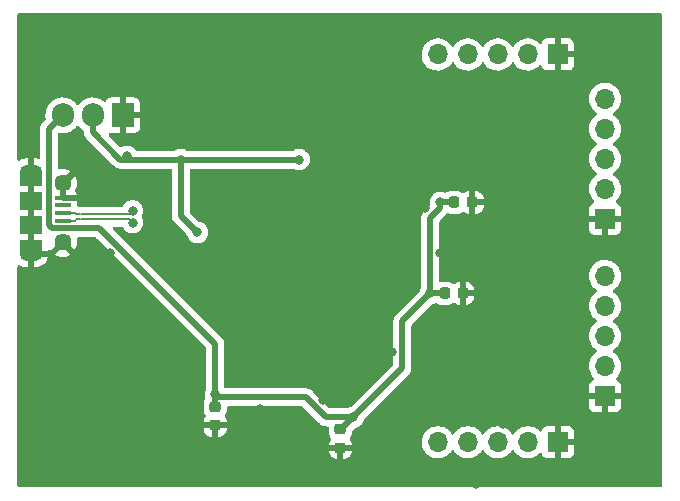
<source format=gbr>
%TF.GenerationSoftware,KiCad,Pcbnew,6.0.7-f9a2dced07~116~ubuntu22.04.1*%
%TF.CreationDate,2022-08-22T18:57:46+02:00*%
%TF.ProjectId,First,46697273-742e-46b6-9963-61645f706362,rev?*%
%TF.SameCoordinates,Original*%
%TF.FileFunction,Copper,L2,Bot*%
%TF.FilePolarity,Positive*%
%FSLAX46Y46*%
G04 Gerber Fmt 4.6, Leading zero omitted, Abs format (unit mm)*
G04 Created by KiCad (PCBNEW 6.0.7-f9a2dced07~116~ubuntu22.04.1) date 2022-08-22 18:57:46*
%MOMM*%
%LPD*%
G01*
G04 APERTURE LIST*
G04 Aperture macros list*
%AMRoundRect*
0 Rectangle with rounded corners*
0 $1 Rounding radius*
0 $2 $3 $4 $5 $6 $7 $8 $9 X,Y pos of 4 corners*
0 Add a 4 corners polygon primitive as box body*
4,1,4,$2,$3,$4,$5,$6,$7,$8,$9,$2,$3,0*
0 Add four circle primitives for the rounded corners*
1,1,$1+$1,$2,$3*
1,1,$1+$1,$4,$5*
1,1,$1+$1,$6,$7*
1,1,$1+$1,$8,$9*
0 Add four rect primitives between the rounded corners*
20,1,$1+$1,$2,$3,$4,$5,0*
20,1,$1+$1,$4,$5,$6,$7,0*
20,1,$1+$1,$6,$7,$8,$9,0*
20,1,$1+$1,$8,$9,$2,$3,0*%
G04 Aperture macros list end*
%TA.AperFunction,ComponentPad*%
%ADD10R,1.700000X1.700000*%
%TD*%
%TA.AperFunction,ComponentPad*%
%ADD11O,1.700000X1.700000*%
%TD*%
%TA.AperFunction,ComponentPad*%
%ADD12R,1.905000X2.000000*%
%TD*%
%TA.AperFunction,ComponentPad*%
%ADD13O,1.905000X2.000000*%
%TD*%
%TA.AperFunction,SMDPad,CuDef*%
%ADD14RoundRect,0.225000X-0.250000X0.225000X-0.250000X-0.225000X0.250000X-0.225000X0.250000X0.225000X0*%
%TD*%
%TA.AperFunction,SMDPad,CuDef*%
%ADD15R,1.900000X1.200000*%
%TD*%
%TA.AperFunction,ComponentPad*%
%ADD16C,1.450000*%
%TD*%
%TA.AperFunction,SMDPad,CuDef*%
%ADD17R,1.900000X1.500000*%
%TD*%
%TA.AperFunction,ComponentPad*%
%ADD18O,1.900000X1.200000*%
%TD*%
%TA.AperFunction,SMDPad,CuDef*%
%ADD19R,1.350000X0.400000*%
%TD*%
%TA.AperFunction,SMDPad,CuDef*%
%ADD20RoundRect,0.225000X-0.225000X-0.250000X0.225000X-0.250000X0.225000X0.250000X-0.225000X0.250000X0*%
%TD*%
%TA.AperFunction,ViaPad*%
%ADD21C,0.800000*%
%TD*%
%TA.AperFunction,Conductor*%
%ADD22C,0.500000*%
%TD*%
%TA.AperFunction,Conductor*%
%ADD23C,0.200000*%
%TD*%
G04 APERTURE END LIST*
D10*
%TO.P,J2,1,Pin_1*%
%TO.N,GND*%
X145000000Y-70000000D03*
D11*
%TO.P,J2,2,Pin_2*%
%TO.N,/CTS_1*%
X145000000Y-67460000D03*
%TO.P,J2,3,Pin_3*%
%TO.N,/RTS_1*%
X145000000Y-64920000D03*
%TO.P,J2,4,Pin_4*%
%TO.N,/RX_1*%
X145000000Y-62380000D03*
%TO.P,J2,5,Pin_5*%
%TO.N,/TX_1*%
X145000000Y-59840000D03*
%TD*%
D10*
%TO.P,J5,1,Pin_1*%
%TO.N,GND*%
X141000000Y-41070000D03*
D11*
%TO.P,J5,2,Pin_2*%
%TO.N,/CTS_3*%
X138460000Y-41070000D03*
%TO.P,J5,3,Pin_3*%
%TO.N,/RTS_3*%
X135920000Y-41070000D03*
%TO.P,J5,4,Pin_4*%
%TO.N,/RX_3*%
X133380000Y-41070000D03*
%TO.P,J5,5,Pin_5*%
%TO.N,/TX_3*%
X130840000Y-41070000D03*
%TD*%
D12*
%TO.P,U5,1,ADJ/GND*%
%TO.N,GND*%
X104170000Y-46225000D03*
D13*
%TO.P,U5,2,OUT*%
%TO.N,+3V3*%
X101630000Y-46225000D03*
%TO.P,U5,3,IN*%
%TO.N,VBUS*%
X99090000Y-46225000D03*
%TD*%
D10*
%TO.P,J4,1,Pin_1*%
%TO.N,GND*%
X145000000Y-55000000D03*
D11*
%TO.P,J4,2,Pin_2*%
%TO.N,/CTS_2*%
X145000000Y-52460000D03*
%TO.P,J4,3,Pin_3*%
%TO.N,/RTS_2*%
X145000000Y-49920000D03*
%TO.P,J4,4,Pin_4*%
%TO.N,/RX_2*%
X145000000Y-47380000D03*
%TO.P,J4,5,Pin_5*%
%TO.N,/TX_2*%
X145000000Y-44840000D03*
%TD*%
D10*
%TO.P,J1,1,Pin_1*%
%TO.N,GND*%
X141000000Y-73900000D03*
D11*
%TO.P,J1,2,Pin_2*%
%TO.N,/CTS_0*%
X138460000Y-73900000D03*
%TO.P,J1,3,Pin_3*%
%TO.N,/RTS_0*%
X135920000Y-73900000D03*
%TO.P,J1,4,Pin_4*%
%TO.N,/RX_0*%
X133380000Y-73900000D03*
%TO.P,J1,5,Pin_5*%
%TO.N,/TX_0*%
X130840000Y-73900000D03*
%TD*%
D14*
%TO.P,C17,1*%
%TO.N,VBUS*%
X112000000Y-70925000D03*
%TO.P,C17,2*%
%TO.N,GND*%
X112000000Y-72475000D03*
%TD*%
%TO.P,C15,1*%
%TO.N,VBUS*%
X122600000Y-72825000D03*
%TO.P,C15,2*%
%TO.N,GND*%
X122600000Y-74375000D03*
%TD*%
D15*
%TO.P,J3,6,Shield*%
%TO.N,GND*%
X96380500Y-57385100D03*
D16*
X99080500Y-51985100D03*
D17*
X96380500Y-53485100D03*
X96380500Y-55485100D03*
D16*
X99080500Y-56985100D03*
D18*
X96380500Y-50985100D03*
X96380500Y-57985100D03*
D15*
X96380500Y-51585100D03*
D19*
%TO.P,J3,5,GND*%
X99080500Y-53185100D03*
%TO.P,J3,4,ID*%
%TO.N,unconnected-(J3-Pad4)*%
X99080500Y-53835100D03*
%TO.P,J3,3,D+*%
%TO.N,/USB_IN+*%
X99080500Y-54485100D03*
%TO.P,J3,2,D-*%
%TO.N,/USB_IN-*%
X99080500Y-55135100D03*
%TO.P,J3,1,VBUS*%
%TO.N,VBUS*%
X99080500Y-55785100D03*
%TD*%
D20*
%TO.P,C14,1*%
%TO.N,VBUS*%
X131425000Y-61300000D03*
%TO.P,C14,2*%
%TO.N,GND*%
X132975000Y-61300000D03*
%TD*%
%TO.P,C16,1*%
%TO.N,VBUS*%
X132225000Y-53600000D03*
%TO.P,C16,2*%
%TO.N,GND*%
X133775000Y-53600000D03*
%TD*%
D21*
%TO.N,GND*%
X126238000Y-76962000D03*
X134112000Y-77470000D03*
X136144000Y-57150000D03*
X115062000Y-58928000D03*
X117094000Y-51308000D03*
X129794000Y-45466000D03*
X136398000Y-72390000D03*
X105156000Y-62738000D03*
X135890000Y-66802000D03*
X111760000Y-51816000D03*
X112776000Y-39370000D03*
X139954000Y-54610000D03*
X125984000Y-52070000D03*
X137922000Y-38100000D03*
X134500000Y-61200000D03*
X122174000Y-66802000D03*
X131064000Y-57912000D03*
X99822000Y-42418000D03*
X128016000Y-59182000D03*
X148844000Y-56134000D03*
X136500000Y-45800000D03*
X128778000Y-52578000D03*
X139446000Y-43434000D03*
X119380000Y-65278000D03*
X141986000Y-69850000D03*
X106172000Y-48768000D03*
X112014000Y-48768000D03*
X130302000Y-63246000D03*
X139446000Y-58166000D03*
X129794000Y-54102000D03*
X110490000Y-68326000D03*
X125222000Y-47752000D03*
X103886000Y-66548000D03*
X127254000Y-42926000D03*
X123444000Y-69342000D03*
X106172000Y-39370000D03*
X148082000Y-76454000D03*
X125200000Y-73400000D03*
X118364000Y-57912000D03*
X115824000Y-71120000D03*
X117856000Y-39624000D03*
X123952000Y-50038000D03*
X122174000Y-42672000D03*
X148082000Y-64770000D03*
X110744000Y-61468000D03*
X132080000Y-50546000D03*
X116078000Y-46736000D03*
X99822000Y-74422000D03*
X125476000Y-39370000D03*
X118356327Y-62752538D03*
X111200000Y-74800000D03*
X128270000Y-55626000D03*
X123698000Y-65278000D03*
X135636000Y-43942000D03*
X125222000Y-63500000D03*
X99314000Y-64008000D03*
X137922000Y-62230000D03*
X99822000Y-69342000D03*
X104648000Y-71882000D03*
X127762000Y-46482000D03*
X119380000Y-68326000D03*
X121158000Y-70358000D03*
X103124000Y-57912000D03*
X107950000Y-43942000D03*
X127000000Y-66294000D03*
X127000000Y-70358000D03*
X127508000Y-61976000D03*
X128900000Y-73300000D03*
X107950000Y-58420000D03*
X117348000Y-76200000D03*
X107950000Y-77216000D03*
X130810000Y-66802000D03*
X131900000Y-71900000D03*
X117348000Y-44450000D03*
X120904000Y-50038000D03*
X113284000Y-44704000D03*
X115824000Y-56134000D03*
X147574000Y-41910000D03*
%TO.N,VBUS*%
X130214000Y-61302000D03*
X131064000Y-53594000D03*
X123698000Y-71794000D03*
X112014000Y-69850000D03*
%TO.N,+3V3*%
X110490000Y-56134000D03*
X109090000Y-49970000D03*
X119100000Y-49970000D03*
X104500000Y-49700000D03*
%TO.N,/USB_IN-*%
X105000000Y-55309438D03*
%TO.N,/USB_IN+*%
X105000000Y-54309935D03*
%TD*%
D22*
%TO.N,VBUS*%
X99090000Y-46225000D02*
X97905500Y-47409500D01*
X97905500Y-47409500D02*
X97905500Y-55487500D01*
X97905500Y-55487500D02*
X98203100Y-55785100D01*
X98203100Y-55785100D02*
X99080500Y-55785100D01*
X99080500Y-55785100D02*
X102199182Y-55785100D01*
%TO.N,GND*%
X102008900Y-53185100D02*
X102870000Y-52324000D01*
X99080500Y-53185100D02*
X102008900Y-53185100D01*
X99080500Y-53185100D02*
X99080500Y-51985100D01*
D23*
%TO.N,/USB_IN+*%
X100093001Y-54485100D02*
X100193001Y-54585100D01*
X99080500Y-54485100D02*
X100093001Y-54485100D01*
X100193001Y-54585100D02*
X100584024Y-54585100D01*
%TO.N,/USB_IN-*%
X99080500Y-55135100D02*
X100093001Y-55135100D01*
X100093001Y-55135100D02*
X100193001Y-55035100D01*
X100193001Y-55035100D02*
X100584024Y-55035100D01*
D22*
%TO.N,VBUS*%
X130216000Y-61300000D02*
X130214000Y-61302000D01*
X112014000Y-65599918D02*
X112014000Y-69850000D01*
X130048000Y-61468000D02*
X130214000Y-61302000D01*
X131070000Y-53600000D02*
X131064000Y-53594000D01*
X122600000Y-72825000D02*
X122667000Y-72825000D01*
X130214000Y-61302000D02*
X130214000Y-54884082D01*
X102199182Y-55785100D02*
X112014000Y-65599918D01*
X121391918Y-71794000D02*
X123698000Y-71794000D01*
X132225000Y-53600000D02*
X131070000Y-53600000D01*
X112014000Y-69850000D02*
X112014000Y-70104000D01*
X123698000Y-71794000D02*
X127850000Y-67642000D01*
X131064000Y-54034082D02*
X131064000Y-53594000D01*
X127850000Y-67642000D02*
X127850000Y-63666000D01*
X112000000Y-69864000D02*
X112014000Y-69850000D01*
X119701918Y-70104000D02*
X121391918Y-71794000D01*
X130214000Y-54884082D02*
X131064000Y-54034082D01*
X127850000Y-63666000D02*
X130048000Y-61468000D01*
X122667000Y-72825000D02*
X123698000Y-71794000D01*
X131425000Y-61300000D02*
X130216000Y-61300000D01*
X112000000Y-70925000D02*
X112000000Y-69864000D01*
X112014000Y-70104000D02*
X119701918Y-70104000D01*
%TO.N,+3V3*%
X101630000Y-46225000D02*
X101630000Y-47630000D01*
X104470000Y-49970000D02*
X109090000Y-49970000D01*
X109090000Y-49970000D02*
X109090000Y-54734000D01*
X109090000Y-54734000D02*
X110490000Y-56134000D01*
X109090000Y-49970000D02*
X119100000Y-49970000D01*
X101630000Y-47630000D02*
X103970000Y-49970000D01*
X104500000Y-49940000D02*
X104470000Y-49970000D01*
X103970000Y-49970000D02*
X104470000Y-49970000D01*
X104500000Y-49700000D02*
X104500000Y-49940000D01*
D23*
%TO.N,/USB_IN-*%
X104725282Y-55034720D02*
X100610000Y-55034719D01*
X105000000Y-55309438D02*
X104725282Y-55034720D01*
%TO.N,/USB_IN+*%
X105000000Y-54310000D02*
X104725282Y-54584718D01*
X104725282Y-54584718D02*
X100610000Y-54584719D01*
%TD*%
%TA.AperFunction,Conductor*%
%TO.N,GND*%
G36*
X149801621Y-37612502D02*
G01*
X149848114Y-37666158D01*
X149859500Y-37718500D01*
X149859500Y-77597500D01*
X149839498Y-77665621D01*
X149785842Y-77712114D01*
X149733500Y-77723500D01*
X95376500Y-77723500D01*
X95308379Y-77703498D01*
X95261886Y-77649842D01*
X95250500Y-77597500D01*
X95250500Y-74645438D01*
X121617000Y-74645438D01*
X121617337Y-74651953D01*
X121626894Y-74744057D01*
X121629788Y-74757456D01*
X121679381Y-74906107D01*
X121685555Y-74919286D01*
X121767788Y-75052173D01*
X121776824Y-75063574D01*
X121887429Y-75173986D01*
X121898840Y-75182998D01*
X122031880Y-75265004D01*
X122045061Y-75271151D01*
X122193814Y-75320491D01*
X122207190Y-75323358D01*
X122298097Y-75332672D01*
X122304513Y-75333000D01*
X122327885Y-75333000D01*
X122343124Y-75328525D01*
X122344329Y-75327135D01*
X122346000Y-75319452D01*
X122346000Y-75314885D01*
X122854000Y-75314885D01*
X122858475Y-75330124D01*
X122859865Y-75331329D01*
X122867548Y-75333000D01*
X122895438Y-75333000D01*
X122901953Y-75332663D01*
X122994057Y-75323106D01*
X123007456Y-75320212D01*
X123156107Y-75270619D01*
X123169286Y-75264445D01*
X123302173Y-75182212D01*
X123313574Y-75173176D01*
X123423986Y-75062571D01*
X123432998Y-75051160D01*
X123515004Y-74918120D01*
X123521151Y-74904939D01*
X123570491Y-74756186D01*
X123573358Y-74742810D01*
X123582672Y-74651903D01*
X123582929Y-74646874D01*
X123578525Y-74631876D01*
X123577135Y-74630671D01*
X123569452Y-74629000D01*
X122872115Y-74629000D01*
X122856876Y-74633475D01*
X122855671Y-74634865D01*
X122854000Y-74642548D01*
X122854000Y-75314885D01*
X122346000Y-75314885D01*
X122346000Y-74647115D01*
X122341525Y-74631876D01*
X122340135Y-74630671D01*
X122332452Y-74629000D01*
X121635115Y-74629000D01*
X121619876Y-74633475D01*
X121618671Y-74634865D01*
X121617000Y-74642548D01*
X121617000Y-74645438D01*
X95250500Y-74645438D01*
X95250500Y-72745438D01*
X111017000Y-72745438D01*
X111017337Y-72751953D01*
X111026894Y-72844057D01*
X111029788Y-72857456D01*
X111079381Y-73006107D01*
X111085555Y-73019286D01*
X111167788Y-73152173D01*
X111176824Y-73163574D01*
X111287429Y-73273986D01*
X111298840Y-73282998D01*
X111431880Y-73365004D01*
X111445061Y-73371151D01*
X111593814Y-73420491D01*
X111607190Y-73423358D01*
X111698097Y-73432672D01*
X111704513Y-73433000D01*
X111727885Y-73433000D01*
X111743124Y-73428525D01*
X111744329Y-73427135D01*
X111746000Y-73419452D01*
X111746000Y-73414885D01*
X112254000Y-73414885D01*
X112258475Y-73430124D01*
X112259865Y-73431329D01*
X112267548Y-73433000D01*
X112295438Y-73433000D01*
X112301953Y-73432663D01*
X112394057Y-73423106D01*
X112407456Y-73420212D01*
X112556107Y-73370619D01*
X112569286Y-73364445D01*
X112702173Y-73282212D01*
X112713574Y-73273176D01*
X112823986Y-73162571D01*
X112832998Y-73151160D01*
X112915004Y-73018120D01*
X112921151Y-73004939D01*
X112970491Y-72856186D01*
X112973358Y-72842810D01*
X112982672Y-72751903D01*
X112982929Y-72746874D01*
X112978525Y-72731876D01*
X112977135Y-72730671D01*
X112969452Y-72729000D01*
X112272115Y-72729000D01*
X112256876Y-72733475D01*
X112255671Y-72734865D01*
X112254000Y-72742548D01*
X112254000Y-73414885D01*
X111746000Y-73414885D01*
X111746000Y-72747115D01*
X111741525Y-72731876D01*
X111740135Y-72730671D01*
X111732452Y-72729000D01*
X111035115Y-72729000D01*
X111019876Y-72733475D01*
X111018671Y-72734865D01*
X111017000Y-72742548D01*
X111017000Y-72745438D01*
X95250500Y-72745438D01*
X95250500Y-59031712D01*
X95270502Y-58963591D01*
X95324158Y-58917098D01*
X95394432Y-58906994D01*
X95444848Y-58925860D01*
X95513241Y-58970021D01*
X95523845Y-58975517D01*
X95708812Y-59050061D01*
X95720270Y-59053455D01*
X95917428Y-59091957D01*
X95926291Y-59093034D01*
X95929000Y-59093100D01*
X96108385Y-59093100D01*
X96123624Y-59088625D01*
X96124829Y-59087235D01*
X96126500Y-59079552D01*
X96126500Y-59074985D01*
X96634500Y-59074985D01*
X96638975Y-59090224D01*
X96640365Y-59091429D01*
X96648048Y-59093100D01*
X96780332Y-59093100D01*
X96786308Y-59092815D01*
X96934994Y-59078629D01*
X96946728Y-59076370D01*
X97138099Y-59020228D01*
X97149175Y-59015798D01*
X97326478Y-58924481D01*
X97336524Y-58918031D01*
X97493357Y-58794838D01*
X97502006Y-58786601D01*
X97632712Y-58635977D01*
X97639647Y-58626253D01*
X97739510Y-58453633D01*
X97744484Y-58442769D01*
X97809907Y-58254373D01*
X97810148Y-58253384D01*
X97808680Y-58243092D01*
X97795115Y-58239100D01*
X96652615Y-58239100D01*
X96637376Y-58243575D01*
X96636171Y-58244965D01*
X96634500Y-58252648D01*
X96634500Y-59074985D01*
X96126500Y-59074985D01*
X96126500Y-58017311D01*
X98412844Y-58017311D01*
X98422140Y-58029326D01*
X98457137Y-58053831D01*
X98466632Y-58059314D01*
X98652196Y-58145844D01*
X98662488Y-58149590D01*
X98860259Y-58202582D01*
X98871054Y-58204485D01*
X99075025Y-58222331D01*
X99085975Y-58222331D01*
X99289946Y-58204485D01*
X99300741Y-58202582D01*
X99498512Y-58149590D01*
X99508804Y-58145844D01*
X99694368Y-58059314D01*
X99703863Y-58053831D01*
X99739697Y-58028740D01*
X99748073Y-58018261D01*
X99741005Y-58004815D01*
X99093312Y-57357122D01*
X99079368Y-57349508D01*
X99077535Y-57349639D01*
X99070920Y-57353890D01*
X98419274Y-58005536D01*
X98412844Y-58017311D01*
X96126500Y-58017311D01*
X96126500Y-57712985D01*
X96634500Y-57712985D01*
X96638975Y-57728224D01*
X96640365Y-57729429D01*
X96648048Y-57731100D01*
X97820385Y-57731100D01*
X97835624Y-57726625D01*
X97836829Y-57725235D01*
X97838291Y-57718513D01*
X97872316Y-57656200D01*
X97934628Y-57622175D01*
X98005443Y-57627239D01*
X98040083Y-57646873D01*
X98047339Y-57652673D01*
X98060785Y-57645605D01*
X98991405Y-56714985D01*
X99053717Y-56680959D01*
X99124532Y-56686024D01*
X99169595Y-56714985D01*
X100100936Y-57646326D01*
X100112711Y-57652756D01*
X100124726Y-57643460D01*
X100149231Y-57608463D01*
X100154714Y-57598968D01*
X100241244Y-57413404D01*
X100244990Y-57403112D01*
X100297982Y-57205341D01*
X100299885Y-57194546D01*
X100317731Y-56990575D01*
X100317731Y-56979625D01*
X100299885Y-56775654D01*
X100297981Y-56764856D01*
X100281196Y-56702210D01*
X100282886Y-56631234D01*
X100322681Y-56572438D01*
X100387945Y-56544491D01*
X100402903Y-56543600D01*
X101832811Y-56543600D01*
X101900932Y-56563602D01*
X101921906Y-56580505D01*
X111218595Y-65877194D01*
X111252621Y-65939506D01*
X111255500Y-65966289D01*
X111255500Y-69313001D01*
X111238619Y-69376000D01*
X111179473Y-69478444D01*
X111120458Y-69660072D01*
X111100496Y-69850000D01*
X111120458Y-70039928D01*
X111122498Y-70046206D01*
X111162759Y-70170117D01*
X111164787Y-70241084D01*
X111150186Y-70275169D01*
X111080698Y-70387899D01*
X111026851Y-70550243D01*
X111016500Y-70651268D01*
X111016500Y-71198732D01*
X111027113Y-71301019D01*
X111029295Y-71307559D01*
X111078537Y-71455153D01*
X111081244Y-71463268D01*
X111171248Y-71608713D01*
X111176430Y-71613886D01*
X111180977Y-71619623D01*
X111179170Y-71621055D01*
X111207902Y-71673575D01*
X111202892Y-71744395D01*
X111179501Y-71780853D01*
X111180552Y-71781683D01*
X111167002Y-71798840D01*
X111084996Y-71931880D01*
X111078849Y-71945061D01*
X111029509Y-72093814D01*
X111026642Y-72107190D01*
X111017328Y-72198097D01*
X111017071Y-72203126D01*
X111021475Y-72218124D01*
X111022865Y-72219329D01*
X111030548Y-72221000D01*
X112964885Y-72221000D01*
X112980124Y-72216525D01*
X112981329Y-72215135D01*
X112983000Y-72207452D01*
X112983000Y-72204562D01*
X112982663Y-72198047D01*
X112973106Y-72105943D01*
X112970212Y-72092544D01*
X112920619Y-71943893D01*
X112914445Y-71930714D01*
X112832212Y-71797827D01*
X112818629Y-71780689D01*
X112820559Y-71779159D01*
X112792097Y-71727120D01*
X112797113Y-71656301D01*
X112820799Y-71619383D01*
X112819843Y-71618628D01*
X112824381Y-71612882D01*
X112829552Y-71607702D01*
X112833393Y-71601471D01*
X112915462Y-71468331D01*
X112915463Y-71468329D01*
X112919302Y-71462101D01*
X112973149Y-71299757D01*
X112983500Y-71198732D01*
X112983500Y-70988500D01*
X113003502Y-70920379D01*
X113057158Y-70873886D01*
X113109500Y-70862500D01*
X119335547Y-70862500D01*
X119403668Y-70882502D01*
X119424642Y-70899405D01*
X120808148Y-72282911D01*
X120820534Y-72297323D01*
X120829067Y-72308918D01*
X120829072Y-72308923D01*
X120833410Y-72314818D01*
X120838988Y-72319557D01*
X120838991Y-72319560D01*
X120873686Y-72349035D01*
X120881202Y-72355965D01*
X120886897Y-72361660D01*
X120889779Y-72363940D01*
X120909169Y-72379281D01*
X120912573Y-72382072D01*
X120962621Y-72424591D01*
X120968203Y-72429333D01*
X120974719Y-72432661D01*
X120979768Y-72436028D01*
X120984897Y-72439195D01*
X120990634Y-72443734D01*
X121056793Y-72474655D01*
X121060687Y-72476558D01*
X121125726Y-72509769D01*
X121132834Y-72511508D01*
X121138477Y-72513607D01*
X121144240Y-72515524D01*
X121150868Y-72518622D01*
X121158030Y-72520112D01*
X121158031Y-72520112D01*
X121222330Y-72533486D01*
X121226614Y-72534456D01*
X121297528Y-72551808D01*
X121303130Y-72552156D01*
X121303133Y-72552156D01*
X121308682Y-72552500D01*
X121308680Y-72552536D01*
X121312673Y-72552775D01*
X121316865Y-72553149D01*
X121324033Y-72554640D01*
X121401438Y-72552546D01*
X121404846Y-72552500D01*
X121490500Y-72552500D01*
X121558621Y-72572502D01*
X121605114Y-72626158D01*
X121616500Y-72678500D01*
X121616500Y-73098732D01*
X121627113Y-73201019D01*
X121629295Y-73207559D01*
X121678537Y-73355153D01*
X121681244Y-73363268D01*
X121685096Y-73369492D01*
X121685096Y-73369493D01*
X121720766Y-73427135D01*
X121771248Y-73508713D01*
X121776430Y-73513886D01*
X121780977Y-73519623D01*
X121779170Y-73521055D01*
X121807902Y-73573575D01*
X121802892Y-73644395D01*
X121779501Y-73680853D01*
X121780552Y-73681683D01*
X121767002Y-73698840D01*
X121684996Y-73831880D01*
X121678849Y-73845061D01*
X121629509Y-73993814D01*
X121626642Y-74007190D01*
X121617328Y-74098097D01*
X121617071Y-74103126D01*
X121621475Y-74118124D01*
X121622865Y-74119329D01*
X121630548Y-74121000D01*
X123564885Y-74121000D01*
X123580124Y-74116525D01*
X123581329Y-74115135D01*
X123583000Y-74107452D01*
X123583000Y-74104562D01*
X123582663Y-74098047D01*
X123573106Y-74005943D01*
X123570212Y-73992544D01*
X123528226Y-73866695D01*
X129477251Y-73866695D01*
X129490110Y-74089715D01*
X129491247Y-74094761D01*
X129491248Y-74094767D01*
X129505606Y-74158475D01*
X129539222Y-74307639D01*
X129623266Y-74514616D01*
X129674942Y-74598944D01*
X129737291Y-74700688D01*
X129739987Y-74705088D01*
X129886250Y-74873938D01*
X130058126Y-75016632D01*
X130251000Y-75129338D01*
X130459692Y-75209030D01*
X130464760Y-75210061D01*
X130464763Y-75210062D01*
X130572017Y-75231883D01*
X130678597Y-75253567D01*
X130683772Y-75253757D01*
X130683774Y-75253757D01*
X130896673Y-75261564D01*
X130896677Y-75261564D01*
X130901837Y-75261753D01*
X130906957Y-75261097D01*
X130906959Y-75261097D01*
X131118288Y-75234025D01*
X131118289Y-75234025D01*
X131123416Y-75233368D01*
X131128366Y-75231883D01*
X131332429Y-75170661D01*
X131332434Y-75170659D01*
X131337384Y-75169174D01*
X131537994Y-75070896D01*
X131719860Y-74941173D01*
X131878096Y-74783489D01*
X131937594Y-74700689D01*
X132008453Y-74602077D01*
X132009776Y-74603028D01*
X132056645Y-74559857D01*
X132126580Y-74547625D01*
X132192026Y-74575144D01*
X132219875Y-74606994D01*
X132279987Y-74705088D01*
X132426250Y-74873938D01*
X132598126Y-75016632D01*
X132791000Y-75129338D01*
X132999692Y-75209030D01*
X133004760Y-75210061D01*
X133004763Y-75210062D01*
X133112017Y-75231883D01*
X133218597Y-75253567D01*
X133223772Y-75253757D01*
X133223774Y-75253757D01*
X133436673Y-75261564D01*
X133436677Y-75261564D01*
X133441837Y-75261753D01*
X133446957Y-75261097D01*
X133446959Y-75261097D01*
X133658288Y-75234025D01*
X133658289Y-75234025D01*
X133663416Y-75233368D01*
X133668366Y-75231883D01*
X133872429Y-75170661D01*
X133872434Y-75170659D01*
X133877384Y-75169174D01*
X134077994Y-75070896D01*
X134259860Y-74941173D01*
X134418096Y-74783489D01*
X134477594Y-74700689D01*
X134548453Y-74602077D01*
X134549776Y-74603028D01*
X134596645Y-74559857D01*
X134666580Y-74547625D01*
X134732026Y-74575144D01*
X134759875Y-74606994D01*
X134819987Y-74705088D01*
X134966250Y-74873938D01*
X135138126Y-75016632D01*
X135331000Y-75129338D01*
X135539692Y-75209030D01*
X135544760Y-75210061D01*
X135544763Y-75210062D01*
X135652017Y-75231883D01*
X135758597Y-75253567D01*
X135763772Y-75253757D01*
X135763774Y-75253757D01*
X135976673Y-75261564D01*
X135976677Y-75261564D01*
X135981837Y-75261753D01*
X135986957Y-75261097D01*
X135986959Y-75261097D01*
X136198288Y-75234025D01*
X136198289Y-75234025D01*
X136203416Y-75233368D01*
X136208366Y-75231883D01*
X136412429Y-75170661D01*
X136412434Y-75170659D01*
X136417384Y-75169174D01*
X136617994Y-75070896D01*
X136799860Y-74941173D01*
X136958096Y-74783489D01*
X137017594Y-74700689D01*
X137088453Y-74602077D01*
X137089776Y-74603028D01*
X137136645Y-74559857D01*
X137206580Y-74547625D01*
X137272026Y-74575144D01*
X137299875Y-74606994D01*
X137359987Y-74705088D01*
X137506250Y-74873938D01*
X137678126Y-75016632D01*
X137871000Y-75129338D01*
X138079692Y-75209030D01*
X138084760Y-75210061D01*
X138084763Y-75210062D01*
X138192017Y-75231883D01*
X138298597Y-75253567D01*
X138303772Y-75253757D01*
X138303774Y-75253757D01*
X138516673Y-75261564D01*
X138516677Y-75261564D01*
X138521837Y-75261753D01*
X138526957Y-75261097D01*
X138526959Y-75261097D01*
X138738288Y-75234025D01*
X138738289Y-75234025D01*
X138743416Y-75233368D01*
X138748366Y-75231883D01*
X138952429Y-75170661D01*
X138952434Y-75170659D01*
X138957384Y-75169174D01*
X139157994Y-75070896D01*
X139339860Y-74941173D01*
X139407331Y-74873938D01*
X139448479Y-74832933D01*
X139510851Y-74799017D01*
X139581658Y-74804205D01*
X139638419Y-74846851D01*
X139655401Y-74877954D01*
X139696676Y-74988054D01*
X139705214Y-75003649D01*
X139781715Y-75105724D01*
X139794276Y-75118285D01*
X139896351Y-75194786D01*
X139911946Y-75203324D01*
X140032394Y-75248478D01*
X140047649Y-75252105D01*
X140098514Y-75257631D01*
X140105328Y-75258000D01*
X140727885Y-75258000D01*
X140743124Y-75253525D01*
X140744329Y-75252135D01*
X140746000Y-75244452D01*
X140746000Y-75239884D01*
X141254000Y-75239884D01*
X141258475Y-75255123D01*
X141259865Y-75256328D01*
X141267548Y-75257999D01*
X141894669Y-75257999D01*
X141901490Y-75257629D01*
X141952352Y-75252105D01*
X141967604Y-75248479D01*
X142088054Y-75203324D01*
X142103649Y-75194786D01*
X142205724Y-75118285D01*
X142218285Y-75105724D01*
X142294786Y-75003649D01*
X142303324Y-74988054D01*
X142348478Y-74867606D01*
X142352105Y-74852351D01*
X142357631Y-74801486D01*
X142358000Y-74794672D01*
X142358000Y-74172115D01*
X142353525Y-74156876D01*
X142352135Y-74155671D01*
X142344452Y-74154000D01*
X141272115Y-74154000D01*
X141256876Y-74158475D01*
X141255671Y-74159865D01*
X141254000Y-74167548D01*
X141254000Y-75239884D01*
X140746000Y-75239884D01*
X140746000Y-73627885D01*
X141254000Y-73627885D01*
X141258475Y-73643124D01*
X141259865Y-73644329D01*
X141267548Y-73646000D01*
X142339884Y-73646000D01*
X142355123Y-73641525D01*
X142356328Y-73640135D01*
X142357999Y-73632452D01*
X142357999Y-73005331D01*
X142357629Y-72998510D01*
X142352105Y-72947648D01*
X142348479Y-72932396D01*
X142303324Y-72811946D01*
X142294786Y-72796351D01*
X142218285Y-72694276D01*
X142205724Y-72681715D01*
X142103649Y-72605214D01*
X142088054Y-72596676D01*
X141967606Y-72551522D01*
X141952351Y-72547895D01*
X141901486Y-72542369D01*
X141894672Y-72542000D01*
X141272115Y-72542000D01*
X141256876Y-72546475D01*
X141255671Y-72547865D01*
X141254000Y-72555548D01*
X141254000Y-73627885D01*
X140746000Y-73627885D01*
X140746000Y-72560116D01*
X140741525Y-72544877D01*
X140740135Y-72543672D01*
X140732452Y-72542001D01*
X140105331Y-72542001D01*
X140098510Y-72542371D01*
X140047648Y-72547895D01*
X140032396Y-72551521D01*
X139911946Y-72596676D01*
X139896351Y-72605214D01*
X139794276Y-72681715D01*
X139781715Y-72694276D01*
X139705214Y-72796351D01*
X139696676Y-72811946D01*
X139655297Y-72922322D01*
X139612655Y-72979087D01*
X139546093Y-73003786D01*
X139476744Y-72988578D01*
X139444121Y-72962891D01*
X139393151Y-72906876D01*
X139393145Y-72906870D01*
X139389670Y-72903051D01*
X139385619Y-72899852D01*
X139385615Y-72899848D01*
X139218414Y-72767800D01*
X139218410Y-72767798D01*
X139214359Y-72764598D01*
X139182689Y-72747115D01*
X139149873Y-72729000D01*
X139018789Y-72656638D01*
X139013920Y-72654914D01*
X139013916Y-72654912D01*
X138813087Y-72583795D01*
X138813083Y-72583794D01*
X138808212Y-72582069D01*
X138803119Y-72581162D01*
X138803116Y-72581161D01*
X138593373Y-72543800D01*
X138593367Y-72543799D01*
X138588284Y-72542894D01*
X138514452Y-72541992D01*
X138370081Y-72540228D01*
X138370079Y-72540228D01*
X138364911Y-72540165D01*
X138144091Y-72573955D01*
X137931756Y-72643357D01*
X137901443Y-72659137D01*
X137764028Y-72730671D01*
X137733607Y-72746507D01*
X137729474Y-72749610D01*
X137729471Y-72749612D01*
X137559100Y-72877530D01*
X137554965Y-72880635D01*
X137400629Y-73042138D01*
X137293201Y-73199621D01*
X137238293Y-73244621D01*
X137167768Y-73252792D01*
X137104021Y-73221538D01*
X137083324Y-73197054D01*
X137002822Y-73072617D01*
X137002820Y-73072614D01*
X137000014Y-73068277D01*
X136849670Y-72903051D01*
X136845619Y-72899852D01*
X136845615Y-72899848D01*
X136678414Y-72767800D01*
X136678410Y-72767798D01*
X136674359Y-72764598D01*
X136642689Y-72747115D01*
X136609873Y-72729000D01*
X136478789Y-72656638D01*
X136473920Y-72654914D01*
X136473916Y-72654912D01*
X136273087Y-72583795D01*
X136273083Y-72583794D01*
X136268212Y-72582069D01*
X136263119Y-72581162D01*
X136263116Y-72581161D01*
X136053373Y-72543800D01*
X136053367Y-72543799D01*
X136048284Y-72542894D01*
X135974452Y-72541992D01*
X135830081Y-72540228D01*
X135830079Y-72540228D01*
X135824911Y-72540165D01*
X135604091Y-72573955D01*
X135391756Y-72643357D01*
X135361443Y-72659137D01*
X135224028Y-72730671D01*
X135193607Y-72746507D01*
X135189474Y-72749610D01*
X135189471Y-72749612D01*
X135019100Y-72877530D01*
X135014965Y-72880635D01*
X134860629Y-73042138D01*
X134753201Y-73199621D01*
X134698293Y-73244621D01*
X134627768Y-73252792D01*
X134564021Y-73221538D01*
X134543324Y-73197054D01*
X134462822Y-73072617D01*
X134462820Y-73072614D01*
X134460014Y-73068277D01*
X134309670Y-72903051D01*
X134305619Y-72899852D01*
X134305615Y-72899848D01*
X134138414Y-72767800D01*
X134138410Y-72767798D01*
X134134359Y-72764598D01*
X134102689Y-72747115D01*
X134069873Y-72729000D01*
X133938789Y-72656638D01*
X133933920Y-72654914D01*
X133933916Y-72654912D01*
X133733087Y-72583795D01*
X133733083Y-72583794D01*
X133728212Y-72582069D01*
X133723119Y-72581162D01*
X133723116Y-72581161D01*
X133513373Y-72543800D01*
X133513367Y-72543799D01*
X133508284Y-72542894D01*
X133434452Y-72541992D01*
X133290081Y-72540228D01*
X133290079Y-72540228D01*
X133284911Y-72540165D01*
X133064091Y-72573955D01*
X132851756Y-72643357D01*
X132821443Y-72659137D01*
X132684028Y-72730671D01*
X132653607Y-72746507D01*
X132649474Y-72749610D01*
X132649471Y-72749612D01*
X132479100Y-72877530D01*
X132474965Y-72880635D01*
X132320629Y-73042138D01*
X132213201Y-73199621D01*
X132158293Y-73244621D01*
X132087768Y-73252792D01*
X132024021Y-73221538D01*
X132003324Y-73197054D01*
X131922822Y-73072617D01*
X131922820Y-73072614D01*
X131920014Y-73068277D01*
X131769670Y-72903051D01*
X131765619Y-72899852D01*
X131765615Y-72899848D01*
X131598414Y-72767800D01*
X131598410Y-72767798D01*
X131594359Y-72764598D01*
X131562689Y-72747115D01*
X131529873Y-72729000D01*
X131398789Y-72656638D01*
X131393920Y-72654914D01*
X131393916Y-72654912D01*
X131193087Y-72583795D01*
X131193083Y-72583794D01*
X131188212Y-72582069D01*
X131183119Y-72581162D01*
X131183116Y-72581161D01*
X130973373Y-72543800D01*
X130973367Y-72543799D01*
X130968284Y-72542894D01*
X130894452Y-72541992D01*
X130750081Y-72540228D01*
X130750079Y-72540228D01*
X130744911Y-72540165D01*
X130524091Y-72573955D01*
X130311756Y-72643357D01*
X130281443Y-72659137D01*
X130144028Y-72730671D01*
X130113607Y-72746507D01*
X130109474Y-72749610D01*
X130109471Y-72749612D01*
X129939100Y-72877530D01*
X129934965Y-72880635D01*
X129780629Y-73042138D01*
X129654743Y-73226680D01*
X129628966Y-73282212D01*
X129564909Y-73420212D01*
X129560688Y-73429305D01*
X129500989Y-73644570D01*
X129477251Y-73866695D01*
X123528226Y-73866695D01*
X123520619Y-73843893D01*
X123514445Y-73830714D01*
X123432212Y-73697827D01*
X123418629Y-73680689D01*
X123420559Y-73679159D01*
X123392097Y-73627120D01*
X123397113Y-73556301D01*
X123420799Y-73519383D01*
X123419843Y-73518628D01*
X123424381Y-73512882D01*
X123429552Y-73507702D01*
X123519302Y-73362101D01*
X123573149Y-73199757D01*
X123583500Y-73098732D01*
X123583500Y-73033371D01*
X123603502Y-72965250D01*
X123620405Y-72944276D01*
X123854331Y-72710350D01*
X123917228Y-72676199D01*
X123973824Y-72664169D01*
X123973833Y-72664166D01*
X123980288Y-72662794D01*
X123994115Y-72656638D01*
X124148722Y-72587803D01*
X124148724Y-72587802D01*
X124154752Y-72585118D01*
X124160199Y-72581161D01*
X124215547Y-72540948D01*
X124309253Y-72472866D01*
X124414511Y-72355965D01*
X124432621Y-72335852D01*
X124432622Y-72335851D01*
X124437040Y-72330944D01*
X124503100Y-72216525D01*
X124529223Y-72171279D01*
X124529224Y-72171278D01*
X124532527Y-72165556D01*
X124587387Y-71996714D01*
X124618125Y-71946556D01*
X125670012Y-70894669D01*
X143642001Y-70894669D01*
X143642371Y-70901490D01*
X143647895Y-70952352D01*
X143651521Y-70967604D01*
X143696676Y-71088054D01*
X143705214Y-71103649D01*
X143781715Y-71205724D01*
X143794276Y-71218285D01*
X143896351Y-71294786D01*
X143911946Y-71303324D01*
X144032394Y-71348478D01*
X144047649Y-71352105D01*
X144098514Y-71357631D01*
X144105328Y-71358000D01*
X144727885Y-71358000D01*
X144743124Y-71353525D01*
X144744329Y-71352135D01*
X144746000Y-71344452D01*
X144746000Y-71339884D01*
X145254000Y-71339884D01*
X145258475Y-71355123D01*
X145259865Y-71356328D01*
X145267548Y-71357999D01*
X145894669Y-71357999D01*
X145901490Y-71357629D01*
X145952352Y-71352105D01*
X145967604Y-71348479D01*
X146088054Y-71303324D01*
X146103649Y-71294786D01*
X146205724Y-71218285D01*
X146218285Y-71205724D01*
X146294786Y-71103649D01*
X146303324Y-71088054D01*
X146348478Y-70967606D01*
X146352105Y-70952351D01*
X146357631Y-70901486D01*
X146358000Y-70894672D01*
X146358000Y-70272115D01*
X146353525Y-70256876D01*
X146352135Y-70255671D01*
X146344452Y-70254000D01*
X145272115Y-70254000D01*
X145256876Y-70258475D01*
X145255671Y-70259865D01*
X145254000Y-70267548D01*
X145254000Y-71339884D01*
X144746000Y-71339884D01*
X144746000Y-70272115D01*
X144741525Y-70256876D01*
X144740135Y-70255671D01*
X144732452Y-70254000D01*
X143660116Y-70254000D01*
X143644877Y-70258475D01*
X143643672Y-70259865D01*
X143642001Y-70267548D01*
X143642001Y-70894669D01*
X125670012Y-70894669D01*
X128338911Y-68225770D01*
X128353323Y-68213384D01*
X128364918Y-68204851D01*
X128364923Y-68204846D01*
X128370818Y-68200508D01*
X128375557Y-68194930D01*
X128375560Y-68194927D01*
X128405035Y-68160232D01*
X128411965Y-68152716D01*
X128417661Y-68147020D01*
X128419924Y-68144159D01*
X128419929Y-68144154D01*
X128435293Y-68124734D01*
X128438082Y-68121333D01*
X128439743Y-68119378D01*
X128485333Y-68065715D01*
X128488659Y-68059202D01*
X128492020Y-68054163D01*
X128495196Y-68049021D01*
X128499734Y-68043284D01*
X128530655Y-67977125D01*
X128532561Y-67973225D01*
X128540919Y-67956857D01*
X128565769Y-67908192D01*
X128567508Y-67901083D01*
X128569604Y-67895449D01*
X128571523Y-67889679D01*
X128574622Y-67883050D01*
X128589491Y-67811565D01*
X128590461Y-67807282D01*
X128604950Y-67748069D01*
X128607808Y-67736390D01*
X128608500Y-67725236D01*
X128608535Y-67725238D01*
X128608775Y-67721266D01*
X128609152Y-67717045D01*
X128610641Y-67709885D01*
X128608546Y-67632458D01*
X128608500Y-67629050D01*
X128608500Y-67426695D01*
X143637251Y-67426695D01*
X143637548Y-67431848D01*
X143637548Y-67431851D01*
X143643011Y-67526590D01*
X143650110Y-67649715D01*
X143651247Y-67654761D01*
X143651248Y-67654767D01*
X143667130Y-67725238D01*
X143699222Y-67867639D01*
X143783266Y-68074616D01*
X143899987Y-68265088D01*
X144046250Y-68433938D01*
X144050225Y-68437238D01*
X144050231Y-68437244D01*
X144055425Y-68441556D01*
X144095059Y-68500460D01*
X144096555Y-68571441D01*
X144059439Y-68631962D01*
X144019168Y-68656480D01*
X143911946Y-68696676D01*
X143896351Y-68705214D01*
X143794276Y-68781715D01*
X143781715Y-68794276D01*
X143705214Y-68896351D01*
X143696676Y-68911946D01*
X143651522Y-69032394D01*
X143647895Y-69047649D01*
X143642369Y-69098514D01*
X143642000Y-69105328D01*
X143642000Y-69727885D01*
X143646475Y-69743124D01*
X143647865Y-69744329D01*
X143655548Y-69746000D01*
X146339884Y-69746000D01*
X146355123Y-69741525D01*
X146356328Y-69740135D01*
X146357999Y-69732452D01*
X146357999Y-69105331D01*
X146357629Y-69098510D01*
X146352105Y-69047648D01*
X146348479Y-69032396D01*
X146303324Y-68911946D01*
X146294786Y-68896351D01*
X146218285Y-68794276D01*
X146205724Y-68781715D01*
X146103649Y-68705214D01*
X146088054Y-68696676D01*
X145977813Y-68655348D01*
X145921049Y-68612706D01*
X145896349Y-68546145D01*
X145911557Y-68476796D01*
X145933104Y-68448115D01*
X146034430Y-68347144D01*
X146034440Y-68347132D01*
X146038096Y-68343489D01*
X146097594Y-68260689D01*
X146165435Y-68166277D01*
X146168453Y-68162077D01*
X146173080Y-68152716D01*
X146265136Y-67966453D01*
X146265137Y-67966451D01*
X146267430Y-67961811D01*
X146332370Y-67748069D01*
X146361529Y-67526590D01*
X146363156Y-67460000D01*
X146344852Y-67237361D01*
X146290431Y-67020702D01*
X146201354Y-66815840D01*
X146080014Y-66628277D01*
X145929670Y-66463051D01*
X145925619Y-66459852D01*
X145925615Y-66459848D01*
X145758414Y-66327800D01*
X145758410Y-66327798D01*
X145754359Y-66324598D01*
X145713053Y-66301796D01*
X145663084Y-66251364D01*
X145648312Y-66181921D01*
X145673428Y-66115516D01*
X145700780Y-66088909D01*
X145744603Y-66057650D01*
X145879860Y-65961173D01*
X146038096Y-65803489D01*
X146097594Y-65720689D01*
X146165435Y-65626277D01*
X146168453Y-65622077D01*
X146192264Y-65573900D01*
X146265136Y-65426453D01*
X146265137Y-65426451D01*
X146267430Y-65421811D01*
X146332370Y-65208069D01*
X146361529Y-64986590D01*
X146363156Y-64920000D01*
X146344852Y-64697361D01*
X146290431Y-64480702D01*
X146201354Y-64275840D01*
X146080014Y-64088277D01*
X145929670Y-63923051D01*
X145925619Y-63919852D01*
X145925615Y-63919848D01*
X145758414Y-63787800D01*
X145758410Y-63787798D01*
X145754359Y-63784598D01*
X145713053Y-63761796D01*
X145663084Y-63711364D01*
X145648312Y-63641921D01*
X145673428Y-63575516D01*
X145700780Y-63548909D01*
X145768365Y-63500701D01*
X145879860Y-63421173D01*
X146038096Y-63263489D01*
X146097594Y-63180689D01*
X146165435Y-63086277D01*
X146168453Y-63082077D01*
X146267430Y-62881811D01*
X146332370Y-62668069D01*
X146361529Y-62446590D01*
X146363156Y-62380000D01*
X146344852Y-62157361D01*
X146290431Y-61940702D01*
X146201354Y-61735840D01*
X146087511Y-61559865D01*
X146082822Y-61552617D01*
X146082820Y-61552614D01*
X146080014Y-61548277D01*
X145929670Y-61383051D01*
X145925619Y-61379852D01*
X145925615Y-61379848D01*
X145758414Y-61247800D01*
X145758410Y-61247798D01*
X145754359Y-61244598D01*
X145713053Y-61221796D01*
X145663084Y-61171364D01*
X145648312Y-61101921D01*
X145673428Y-61035516D01*
X145700780Y-61008909D01*
X145744603Y-60977650D01*
X145879860Y-60881173D01*
X146038096Y-60723489D01*
X146097594Y-60640689D01*
X146165435Y-60546277D01*
X146168453Y-60542077D01*
X146199410Y-60479441D01*
X146265136Y-60346453D01*
X146265137Y-60346451D01*
X146267430Y-60341811D01*
X146332370Y-60128069D01*
X146361529Y-59906590D01*
X146363156Y-59840000D01*
X146344852Y-59617361D01*
X146290431Y-59400702D01*
X146201354Y-59195840D01*
X146161906Y-59134862D01*
X146082822Y-59012617D01*
X146082820Y-59012614D01*
X146080014Y-59008277D01*
X145929670Y-58843051D01*
X145925619Y-58839852D01*
X145925615Y-58839848D01*
X145758414Y-58707800D01*
X145758410Y-58707798D01*
X145754359Y-58704598D01*
X145558789Y-58596638D01*
X145553920Y-58594914D01*
X145553916Y-58594912D01*
X145353087Y-58523795D01*
X145353083Y-58523794D01*
X145348212Y-58522069D01*
X145343119Y-58521162D01*
X145343116Y-58521161D01*
X145133373Y-58483800D01*
X145133367Y-58483799D01*
X145128284Y-58482894D01*
X145054452Y-58481992D01*
X144910081Y-58480228D01*
X144910079Y-58480228D01*
X144904911Y-58480165D01*
X144684091Y-58513955D01*
X144471756Y-58583357D01*
X144273607Y-58686507D01*
X144269474Y-58689610D01*
X144269471Y-58689612D01*
X144245247Y-58707800D01*
X144094965Y-58820635D01*
X144091393Y-58824373D01*
X143994410Y-58925860D01*
X143940629Y-58982138D01*
X143937715Y-58986410D01*
X143937714Y-58986411D01*
X143866898Y-59090224D01*
X143814743Y-59166680D01*
X143720688Y-59369305D01*
X143660989Y-59584570D01*
X143637251Y-59806695D01*
X143637548Y-59811848D01*
X143637548Y-59811851D01*
X143643011Y-59906590D01*
X143650110Y-60029715D01*
X143651247Y-60034761D01*
X143651248Y-60034767D01*
X143671119Y-60122939D01*
X143699222Y-60247639D01*
X143783266Y-60454616D01*
X143815920Y-60507903D01*
X143871026Y-60597827D01*
X143899987Y-60645088D01*
X144046250Y-60813938D01*
X144218126Y-60956632D01*
X144288595Y-60997811D01*
X144291445Y-60999476D01*
X144340169Y-61051114D01*
X144353240Y-61120897D01*
X144326509Y-61186669D01*
X144286055Y-61220027D01*
X144273607Y-61226507D01*
X144269474Y-61229610D01*
X144269471Y-61229612D01*
X144245247Y-61247800D01*
X144094965Y-61360635D01*
X143940629Y-61522138D01*
X143937715Y-61526410D01*
X143937714Y-61526411D01*
X143914893Y-61559865D01*
X143814743Y-61706680D01*
X143720688Y-61909305D01*
X143660989Y-62124570D01*
X143637251Y-62346695D01*
X143637548Y-62351848D01*
X143637548Y-62351851D01*
X143643011Y-62446590D01*
X143650110Y-62569715D01*
X143651247Y-62574761D01*
X143651248Y-62574767D01*
X143671119Y-62662939D01*
X143699222Y-62787639D01*
X143783266Y-62994616D01*
X143899987Y-63185088D01*
X144046250Y-63353938D01*
X144218126Y-63496632D01*
X144288595Y-63537811D01*
X144291445Y-63539476D01*
X144340169Y-63591114D01*
X144353240Y-63660897D01*
X144326509Y-63726669D01*
X144286055Y-63760027D01*
X144273607Y-63766507D01*
X144269474Y-63769610D01*
X144269471Y-63769612D01*
X144245247Y-63787800D01*
X144094965Y-63900635D01*
X143940629Y-64062138D01*
X143814743Y-64246680D01*
X143720688Y-64449305D01*
X143660989Y-64664570D01*
X143637251Y-64886695D01*
X143637548Y-64891848D01*
X143637548Y-64891851D01*
X143643011Y-64986590D01*
X143650110Y-65109715D01*
X143651247Y-65114761D01*
X143651248Y-65114767D01*
X143669354Y-65195106D01*
X143699222Y-65327639D01*
X143783266Y-65534616D01*
X143899987Y-65725088D01*
X144046250Y-65893938D01*
X144218126Y-66036632D01*
X144288595Y-66077811D01*
X144291445Y-66079476D01*
X144340169Y-66131114D01*
X144353240Y-66200897D01*
X144326509Y-66266669D01*
X144286055Y-66300027D01*
X144273607Y-66306507D01*
X144269474Y-66309610D01*
X144269471Y-66309612D01*
X144245247Y-66327800D01*
X144094965Y-66440635D01*
X143940629Y-66602138D01*
X143814743Y-66786680D01*
X143720688Y-66989305D01*
X143660989Y-67204570D01*
X143637251Y-67426695D01*
X128608500Y-67426695D01*
X128608500Y-64032371D01*
X128628502Y-63964250D01*
X128645405Y-63943276D01*
X130370331Y-62218350D01*
X130433228Y-62184199D01*
X130489824Y-62172169D01*
X130489833Y-62172166D01*
X130496288Y-62170794D01*
X130514868Y-62162522D01*
X130580283Y-62133397D01*
X130618305Y-62116469D01*
X130688671Y-62107035D01*
X130741901Y-62130196D01*
X130742298Y-62129552D01*
X130748536Y-62133397D01*
X130880020Y-62214445D01*
X130887899Y-62219302D01*
X131050243Y-62273149D01*
X131057080Y-62273849D01*
X131057082Y-62273850D01*
X131098401Y-62278083D01*
X131151268Y-62283500D01*
X131698732Y-62283500D01*
X131701978Y-62283163D01*
X131701982Y-62283163D01*
X131736083Y-62279625D01*
X131801019Y-62272887D01*
X131954726Y-62221606D01*
X131956324Y-62221073D01*
X131956326Y-62221072D01*
X131963268Y-62218756D01*
X132108713Y-62128752D01*
X132113886Y-62123570D01*
X132119623Y-62119023D01*
X132121055Y-62120830D01*
X132173575Y-62092098D01*
X132244395Y-62097108D01*
X132280853Y-62120499D01*
X132281683Y-62119448D01*
X132298840Y-62132998D01*
X132431880Y-62215004D01*
X132445061Y-62221151D01*
X132593814Y-62270491D01*
X132607190Y-62273358D01*
X132698097Y-62282672D01*
X132703126Y-62282929D01*
X132718124Y-62278525D01*
X132719329Y-62277135D01*
X132721000Y-62269452D01*
X132721000Y-62264885D01*
X133229000Y-62264885D01*
X133233475Y-62280124D01*
X133234865Y-62281329D01*
X133242548Y-62283000D01*
X133245438Y-62283000D01*
X133251953Y-62282663D01*
X133344057Y-62273106D01*
X133357456Y-62270212D01*
X133506107Y-62220619D01*
X133519286Y-62214445D01*
X133652173Y-62132212D01*
X133663574Y-62123176D01*
X133773986Y-62012571D01*
X133782998Y-62001160D01*
X133865004Y-61868120D01*
X133871151Y-61854939D01*
X133920491Y-61706186D01*
X133923358Y-61692810D01*
X133932672Y-61601903D01*
X133933000Y-61595487D01*
X133933000Y-61572115D01*
X133928525Y-61556876D01*
X133927135Y-61555671D01*
X133919452Y-61554000D01*
X133247115Y-61554000D01*
X133231876Y-61558475D01*
X133230671Y-61559865D01*
X133229000Y-61567548D01*
X133229000Y-62264885D01*
X132721000Y-62264885D01*
X132721000Y-61027885D01*
X133229000Y-61027885D01*
X133233475Y-61043124D01*
X133234865Y-61044329D01*
X133242548Y-61046000D01*
X133914885Y-61046000D01*
X133930124Y-61041525D01*
X133931329Y-61040135D01*
X133933000Y-61032452D01*
X133933000Y-61004562D01*
X133932663Y-60998047D01*
X133923106Y-60905943D01*
X133920212Y-60892544D01*
X133870619Y-60743893D01*
X133864445Y-60730714D01*
X133782212Y-60597827D01*
X133773176Y-60586426D01*
X133662571Y-60476014D01*
X133651160Y-60467002D01*
X133518120Y-60384996D01*
X133504939Y-60378849D01*
X133356186Y-60329509D01*
X133342810Y-60326642D01*
X133251903Y-60317328D01*
X133246874Y-60317071D01*
X133231876Y-60321475D01*
X133230671Y-60322865D01*
X133229000Y-60330548D01*
X133229000Y-61027885D01*
X132721000Y-61027885D01*
X132721000Y-60335115D01*
X132716525Y-60319876D01*
X132715135Y-60318671D01*
X132707452Y-60317000D01*
X132704562Y-60317000D01*
X132698047Y-60317337D01*
X132605943Y-60326894D01*
X132592544Y-60329788D01*
X132443893Y-60379381D01*
X132430714Y-60385555D01*
X132297827Y-60467788D01*
X132280689Y-60481371D01*
X132279159Y-60479441D01*
X132227120Y-60507903D01*
X132156301Y-60502887D01*
X132119383Y-60479201D01*
X132118628Y-60480157D01*
X132112882Y-60475619D01*
X132107702Y-60470448D01*
X132101471Y-60466607D01*
X131968331Y-60384538D01*
X131968329Y-60384537D01*
X131962101Y-60380698D01*
X131799757Y-60326851D01*
X131792920Y-60326151D01*
X131792918Y-60326150D01*
X131751599Y-60321917D01*
X131698732Y-60316500D01*
X131151268Y-60316500D01*
X131148022Y-60316837D01*
X131148018Y-60316837D01*
X131130344Y-60318671D01*
X131111503Y-60320626D01*
X131041683Y-60307762D01*
X130989901Y-60259191D01*
X130972500Y-60195299D01*
X130972500Y-55894669D01*
X143642001Y-55894669D01*
X143642371Y-55901490D01*
X143647895Y-55952352D01*
X143651521Y-55967604D01*
X143696676Y-56088054D01*
X143705214Y-56103649D01*
X143781715Y-56205724D01*
X143794276Y-56218285D01*
X143896351Y-56294786D01*
X143911946Y-56303324D01*
X144032394Y-56348478D01*
X144047649Y-56352105D01*
X144098514Y-56357631D01*
X144105328Y-56358000D01*
X144727885Y-56358000D01*
X144743124Y-56353525D01*
X144744329Y-56352135D01*
X144746000Y-56344452D01*
X144746000Y-56339884D01*
X145254000Y-56339884D01*
X145258475Y-56355123D01*
X145259865Y-56356328D01*
X145267548Y-56357999D01*
X145894669Y-56357999D01*
X145901490Y-56357629D01*
X145952352Y-56352105D01*
X145967604Y-56348479D01*
X146088054Y-56303324D01*
X146103649Y-56294786D01*
X146205724Y-56218285D01*
X146218285Y-56205724D01*
X146294786Y-56103649D01*
X146303324Y-56088054D01*
X146348478Y-55967606D01*
X146352105Y-55952351D01*
X146357631Y-55901486D01*
X146358000Y-55894672D01*
X146358000Y-55272115D01*
X146353525Y-55256876D01*
X146352135Y-55255671D01*
X146344452Y-55254000D01*
X145272115Y-55254000D01*
X145256876Y-55258475D01*
X145255671Y-55259865D01*
X145254000Y-55267548D01*
X145254000Y-56339884D01*
X144746000Y-56339884D01*
X144746000Y-55272115D01*
X144741525Y-55256876D01*
X144740135Y-55255671D01*
X144732452Y-55254000D01*
X143660116Y-55254000D01*
X143644877Y-55258475D01*
X143643672Y-55259865D01*
X143642001Y-55267548D01*
X143642001Y-55894669D01*
X130972500Y-55894669D01*
X130972500Y-55250453D01*
X130992502Y-55182332D01*
X131009405Y-55161358D01*
X131552911Y-54617852D01*
X131567323Y-54605466D01*
X131578918Y-54596933D01*
X131578923Y-54596928D01*
X131584818Y-54592590D01*
X131601028Y-54573509D01*
X131660375Y-54534545D01*
X131736719Y-54535495D01*
X131850243Y-54573149D01*
X131857080Y-54573849D01*
X131857082Y-54573850D01*
X131898401Y-54578083D01*
X131951268Y-54583500D01*
X132498732Y-54583500D01*
X132501978Y-54583163D01*
X132501982Y-54583163D01*
X132536083Y-54579625D01*
X132601019Y-54572887D01*
X132674358Y-54548419D01*
X132756324Y-54521073D01*
X132756326Y-54521072D01*
X132763268Y-54518756D01*
X132789071Y-54502789D01*
X132902485Y-54432606D01*
X132908713Y-54428752D01*
X132913886Y-54423570D01*
X132919623Y-54419023D01*
X132921055Y-54420830D01*
X132973575Y-54392098D01*
X133044395Y-54397108D01*
X133080853Y-54420499D01*
X133081683Y-54419448D01*
X133098840Y-54432998D01*
X133231880Y-54515004D01*
X133245061Y-54521151D01*
X133393814Y-54570491D01*
X133407190Y-54573358D01*
X133498097Y-54582672D01*
X133503126Y-54582929D01*
X133518124Y-54578525D01*
X133519329Y-54577135D01*
X133521000Y-54569452D01*
X133521000Y-54564885D01*
X134029000Y-54564885D01*
X134033475Y-54580124D01*
X134034865Y-54581329D01*
X134042548Y-54583000D01*
X134045438Y-54583000D01*
X134051953Y-54582663D01*
X134144057Y-54573106D01*
X134157456Y-54570212D01*
X134306107Y-54520619D01*
X134319286Y-54514445D01*
X134452173Y-54432212D01*
X134463574Y-54423176D01*
X134573986Y-54312571D01*
X134582998Y-54301160D01*
X134665004Y-54168120D01*
X134671151Y-54154939D01*
X134720491Y-54006186D01*
X134723358Y-53992810D01*
X134732672Y-53901903D01*
X134733000Y-53895487D01*
X134733000Y-53872115D01*
X134728525Y-53856876D01*
X134727135Y-53855671D01*
X134719452Y-53854000D01*
X134047115Y-53854000D01*
X134031876Y-53858475D01*
X134030671Y-53859865D01*
X134029000Y-53867548D01*
X134029000Y-54564885D01*
X133521000Y-54564885D01*
X133521000Y-53327885D01*
X134029000Y-53327885D01*
X134033475Y-53343124D01*
X134034865Y-53344329D01*
X134042548Y-53346000D01*
X134714885Y-53346000D01*
X134730124Y-53341525D01*
X134731329Y-53340135D01*
X134733000Y-53332452D01*
X134733000Y-53304562D01*
X134732663Y-53298047D01*
X134723106Y-53205943D01*
X134720212Y-53192544D01*
X134670619Y-53043893D01*
X134664445Y-53030714D01*
X134582212Y-52897827D01*
X134573176Y-52886426D01*
X134462571Y-52776014D01*
X134451160Y-52767002D01*
X134318120Y-52684996D01*
X134304939Y-52678849D01*
X134156186Y-52629509D01*
X134142810Y-52626642D01*
X134051903Y-52617328D01*
X134046874Y-52617071D01*
X134031876Y-52621475D01*
X134030671Y-52622865D01*
X134029000Y-52630548D01*
X134029000Y-53327885D01*
X133521000Y-53327885D01*
X133521000Y-52635115D01*
X133516525Y-52619876D01*
X133515135Y-52618671D01*
X133507452Y-52617000D01*
X133504562Y-52617000D01*
X133498047Y-52617337D01*
X133405943Y-52626894D01*
X133392544Y-52629788D01*
X133243893Y-52679381D01*
X133230714Y-52685555D01*
X133097827Y-52767788D01*
X133080689Y-52781371D01*
X133079159Y-52779441D01*
X133027120Y-52807903D01*
X132956301Y-52802887D01*
X132919383Y-52779201D01*
X132918628Y-52780157D01*
X132912882Y-52775619D01*
X132907702Y-52770448D01*
X132901471Y-52766607D01*
X132768331Y-52684538D01*
X132768329Y-52684537D01*
X132762101Y-52680698D01*
X132599757Y-52626851D01*
X132592920Y-52626151D01*
X132592918Y-52626150D01*
X132551599Y-52621917D01*
X132498732Y-52616500D01*
X131951268Y-52616500D01*
X131948022Y-52616837D01*
X131948018Y-52616837D01*
X131918730Y-52619876D01*
X131848981Y-52627113D01*
X131840963Y-52629788D01*
X131693676Y-52678927D01*
X131693674Y-52678928D01*
X131686732Y-52681244D01*
X131680508Y-52685096D01*
X131680507Y-52685096D01*
X131559635Y-52759894D01*
X131491183Y-52778732D01*
X131442085Y-52767857D01*
X131346288Y-52725206D01*
X131244429Y-52703555D01*
X131165944Y-52686872D01*
X131165939Y-52686872D01*
X131159487Y-52685500D01*
X130968513Y-52685500D01*
X130962061Y-52686872D01*
X130962056Y-52686872D01*
X130883571Y-52703555D01*
X130781712Y-52725206D01*
X130775682Y-52727891D01*
X130775681Y-52727891D01*
X130613278Y-52800197D01*
X130613276Y-52800198D01*
X130607248Y-52802882D01*
X130452747Y-52915134D01*
X130448326Y-52920044D01*
X130448325Y-52920045D01*
X130429970Y-52940431D01*
X130324960Y-53057056D01*
X130314822Y-53074616D01*
X130235546Y-53211926D01*
X130229473Y-53222444D01*
X130170458Y-53404072D01*
X130169768Y-53410633D01*
X130169768Y-53410635D01*
X130166706Y-53439769D01*
X130150496Y-53594000D01*
X130151186Y-53600565D01*
X130170458Y-53783928D01*
X130168570Y-53784126D01*
X130163858Y-53845798D01*
X130135113Y-53890288D01*
X129725089Y-54300312D01*
X129710677Y-54312698D01*
X129699082Y-54321231D01*
X129699077Y-54321236D01*
X129693182Y-54325574D01*
X129688443Y-54331152D01*
X129688440Y-54331155D01*
X129658965Y-54365850D01*
X129652035Y-54373366D01*
X129646340Y-54379061D01*
X129644060Y-54381943D01*
X129628719Y-54401333D01*
X129625928Y-54404737D01*
X129583409Y-54454785D01*
X129578667Y-54460367D01*
X129575339Y-54466883D01*
X129571972Y-54471932D01*
X129568805Y-54477061D01*
X129564266Y-54482798D01*
X129533345Y-54548957D01*
X129531442Y-54552851D01*
X129498231Y-54617890D01*
X129496492Y-54624998D01*
X129494393Y-54630641D01*
X129492476Y-54636404D01*
X129489378Y-54643032D01*
X129487888Y-54650194D01*
X129487888Y-54650195D01*
X129474514Y-54714494D01*
X129473544Y-54718778D01*
X129456192Y-54789692D01*
X129455500Y-54800846D01*
X129455464Y-54800844D01*
X129455225Y-54804837D01*
X129454851Y-54809029D01*
X129453360Y-54816197D01*
X129453558Y-54823514D01*
X129455454Y-54893603D01*
X129455500Y-54897010D01*
X129455500Y-60765001D01*
X129438619Y-60828000D01*
X129379473Y-60930444D01*
X129346329Y-61032452D01*
X129324613Y-61099285D01*
X129293875Y-61149444D01*
X127361089Y-63082230D01*
X127346677Y-63094616D01*
X127335082Y-63103149D01*
X127335077Y-63103154D01*
X127329182Y-63107492D01*
X127324443Y-63113070D01*
X127324440Y-63113073D01*
X127294965Y-63147768D01*
X127288035Y-63155284D01*
X127282340Y-63160979D01*
X127280060Y-63163861D01*
X127264719Y-63183251D01*
X127261928Y-63186655D01*
X127219409Y-63236703D01*
X127214667Y-63242285D01*
X127211339Y-63248801D01*
X127207972Y-63253850D01*
X127204805Y-63258979D01*
X127200266Y-63264716D01*
X127169345Y-63330875D01*
X127167442Y-63334769D01*
X127134231Y-63399808D01*
X127132492Y-63406916D01*
X127130393Y-63412559D01*
X127128476Y-63418322D01*
X127125378Y-63424950D01*
X127123888Y-63432112D01*
X127123888Y-63432113D01*
X127110514Y-63496412D01*
X127109544Y-63500696D01*
X127092192Y-63571610D01*
X127091500Y-63582764D01*
X127091464Y-63582762D01*
X127091225Y-63586755D01*
X127090851Y-63590947D01*
X127089360Y-63598115D01*
X127089558Y-63605432D01*
X127091454Y-63675521D01*
X127091500Y-63678928D01*
X127091500Y-67275629D01*
X127071498Y-67343750D01*
X127054595Y-67364724D01*
X123541669Y-70877650D01*
X123478772Y-70911801D01*
X123422176Y-70923831D01*
X123422167Y-70923834D01*
X123415712Y-70925206D01*
X123409682Y-70927891D01*
X123409681Y-70927891D01*
X123247278Y-71000197D01*
X123247276Y-71000198D01*
X123241248Y-71002882D01*
X123235909Y-71006761D01*
X123235902Y-71006765D01*
X123229472Y-71011437D01*
X123155413Y-71035500D01*
X121758289Y-71035500D01*
X121690168Y-71015498D01*
X121669194Y-70998595D01*
X120285688Y-69615089D01*
X120273302Y-69600677D01*
X120264769Y-69589082D01*
X120264764Y-69589077D01*
X120260426Y-69583182D01*
X120254848Y-69578443D01*
X120254845Y-69578440D01*
X120220150Y-69548965D01*
X120212634Y-69542035D01*
X120206939Y-69536340D01*
X120200798Y-69531482D01*
X120184667Y-69518719D01*
X120181263Y-69515928D01*
X120131215Y-69473409D01*
X120131213Y-69473408D01*
X120125633Y-69468667D01*
X120119117Y-69465339D01*
X120114068Y-69461972D01*
X120108939Y-69458805D01*
X120103202Y-69454266D01*
X120037043Y-69423345D01*
X120033143Y-69421439D01*
X119968110Y-69388231D01*
X119961002Y-69386492D01*
X119955359Y-69384393D01*
X119949596Y-69382476D01*
X119942968Y-69379378D01*
X119926733Y-69376001D01*
X119871506Y-69364514D01*
X119867217Y-69363543D01*
X119796308Y-69346192D01*
X119790706Y-69345844D01*
X119790703Y-69345844D01*
X119785154Y-69345500D01*
X119785156Y-69345464D01*
X119781163Y-69345225D01*
X119776971Y-69344851D01*
X119769803Y-69343360D01*
X119703593Y-69345151D01*
X119692397Y-69345454D01*
X119688990Y-69345500D01*
X112898500Y-69345500D01*
X112830379Y-69325498D01*
X112783886Y-69271842D01*
X112772500Y-69219500D01*
X112772500Y-65666988D01*
X112773933Y-65648038D01*
X112776099Y-65633803D01*
X112776099Y-65633799D01*
X112777199Y-65626569D01*
X112776457Y-65617438D01*
X112772915Y-65573900D01*
X112772500Y-65563685D01*
X112772500Y-65555625D01*
X112769209Y-65527398D01*
X112768778Y-65523039D01*
X112763453Y-65457578D01*
X112762860Y-65450282D01*
X112760605Y-65443321D01*
X112759418Y-65437381D01*
X112758029Y-65431506D01*
X112757182Y-65424237D01*
X112732264Y-65355588D01*
X112730847Y-65351460D01*
X112710607Y-65288982D01*
X112710606Y-65288980D01*
X112708351Y-65282019D01*
X112704555Y-65275764D01*
X112702049Y-65270290D01*
X112699330Y-65264860D01*
X112696833Y-65257981D01*
X112656814Y-65196942D01*
X112654467Y-65193223D01*
X112616595Y-65130811D01*
X112609197Y-65122434D01*
X112609224Y-65122410D01*
X112606571Y-65119418D01*
X112603868Y-65116185D01*
X112599856Y-65110066D01*
X112543617Y-65056790D01*
X112541175Y-65054412D01*
X103345078Y-55858315D01*
X103311052Y-55796003D01*
X103316117Y-55725188D01*
X103358664Y-55668352D01*
X103425184Y-55643541D01*
X103434173Y-55643220D01*
X104070918Y-55643220D01*
X104139039Y-55663222D01*
X104180037Y-55706220D01*
X104260960Y-55846382D01*
X104265378Y-55851289D01*
X104265379Y-55851290D01*
X104370109Y-55967604D01*
X104388747Y-55988304D01*
X104448585Y-56031779D01*
X104526041Y-56088054D01*
X104543248Y-56100556D01*
X104549276Y-56103240D01*
X104549278Y-56103241D01*
X104633110Y-56140565D01*
X104717712Y-56178232D01*
X104811112Y-56198085D01*
X104898056Y-56216566D01*
X104898061Y-56216566D01*
X104904513Y-56217938D01*
X105095487Y-56217938D01*
X105101939Y-56216566D01*
X105101944Y-56216566D01*
X105188888Y-56198085D01*
X105282288Y-56178232D01*
X105366890Y-56140565D01*
X105450722Y-56103241D01*
X105450724Y-56103240D01*
X105456752Y-56100556D01*
X105473960Y-56088054D01*
X105551415Y-56031779D01*
X105611253Y-55988304D01*
X105629891Y-55967604D01*
X105734621Y-55851290D01*
X105734622Y-55851289D01*
X105739040Y-55846382D01*
X105834527Y-55680994D01*
X105893542Y-55499366D01*
X105913504Y-55309438D01*
X105900145Y-55182332D01*
X105894232Y-55126073D01*
X105894232Y-55126071D01*
X105893542Y-55119510D01*
X105834527Y-54937882D01*
X105796885Y-54872685D01*
X105780148Y-54803693D01*
X105796886Y-54746687D01*
X105831223Y-54687214D01*
X105831224Y-54687213D01*
X105834527Y-54681491D01*
X105893542Y-54499863D01*
X105901884Y-54420499D01*
X105912814Y-54316500D01*
X105913504Y-54309935D01*
X105897966Y-54162101D01*
X105894232Y-54126570D01*
X105894232Y-54126568D01*
X105893542Y-54120007D01*
X105834527Y-53938379D01*
X105739040Y-53772991D01*
X105678014Y-53705214D01*
X105615675Y-53635980D01*
X105615674Y-53635979D01*
X105611253Y-53631069D01*
X105456752Y-53518817D01*
X105450724Y-53516133D01*
X105450722Y-53516132D01*
X105288319Y-53443826D01*
X105288318Y-53443826D01*
X105282288Y-53441141D01*
X105188888Y-53421288D01*
X105101944Y-53402807D01*
X105101939Y-53402807D01*
X105095487Y-53401435D01*
X104904513Y-53401435D01*
X104898061Y-53402807D01*
X104898056Y-53402807D01*
X104811112Y-53421288D01*
X104717712Y-53441141D01*
X104711682Y-53443826D01*
X104711681Y-53443826D01*
X104549278Y-53516132D01*
X104549276Y-53516133D01*
X104543248Y-53518817D01*
X104388747Y-53631069D01*
X104384326Y-53635979D01*
X104384325Y-53635980D01*
X104321987Y-53705214D01*
X104260960Y-53772991D01*
X104180734Y-53911946D01*
X104180000Y-53913218D01*
X104128618Y-53962211D01*
X104070881Y-53976218D01*
X100741019Y-53976219D01*
X100570115Y-53976219D01*
X100568188Y-53976473D01*
X100564302Y-53976600D01*
X100471362Y-53976600D01*
X100408363Y-53959720D01*
X100406428Y-53958603D01*
X100399877Y-53953576D01*
X100341781Y-53929512D01*
X100286501Y-53884963D01*
X100264000Y-53813103D01*
X100264000Y-53586966D01*
X100257245Y-53524784D01*
X100259384Y-53524552D01*
X100259334Y-53495588D01*
X100256752Y-53495307D01*
X100263131Y-53436586D01*
X100263500Y-53429772D01*
X100263500Y-53403215D01*
X100259025Y-53387976D01*
X100257635Y-53386771D01*
X100240509Y-53383046D01*
X100178197Y-53349022D01*
X100166465Y-53335490D01*
X100124143Y-53279020D01*
X100124142Y-53279019D01*
X100118761Y-53271839D01*
X100038819Y-53211925D01*
X99996304Y-53155067D01*
X99991278Y-53084249D01*
X100025338Y-53021955D01*
X100087669Y-52987965D01*
X100114384Y-52985100D01*
X100245384Y-52985100D01*
X100260623Y-52980625D01*
X100261828Y-52979235D01*
X100263499Y-52971552D01*
X100263499Y-52940431D01*
X100263129Y-52933610D01*
X100257605Y-52882748D01*
X100253979Y-52867496D01*
X100208824Y-52747046D01*
X100200286Y-52731452D01*
X100179379Y-52703555D01*
X100154532Y-52637048D01*
X100166011Y-52574741D01*
X100241244Y-52413404D01*
X100244990Y-52403112D01*
X100297982Y-52205341D01*
X100299885Y-52194546D01*
X100317731Y-51990575D01*
X100317731Y-51979625D01*
X100299885Y-51775654D01*
X100297982Y-51764859D01*
X100244990Y-51567088D01*
X100241244Y-51556796D01*
X100154714Y-51371232D01*
X100149231Y-51361737D01*
X100124140Y-51325903D01*
X100113661Y-51317527D01*
X100100215Y-51324595D01*
X99169595Y-52255215D01*
X99107283Y-52289241D01*
X99036468Y-52284176D01*
X98991405Y-52255215D01*
X98810385Y-52074195D01*
X98776359Y-52011883D01*
X98781424Y-51941068D01*
X98810385Y-51896005D01*
X99741726Y-50964664D01*
X99748156Y-50952889D01*
X99738860Y-50940874D01*
X99703863Y-50916369D01*
X99694368Y-50910886D01*
X99508804Y-50824356D01*
X99498512Y-50820610D01*
X99300741Y-50767618D01*
X99289946Y-50765715D01*
X99085975Y-50747869D01*
X99075025Y-50747869D01*
X98871054Y-50765715D01*
X98860259Y-50767618D01*
X98822611Y-50777706D01*
X98751635Y-50776016D01*
X98692839Y-50736222D01*
X98664891Y-50670958D01*
X98664000Y-50655999D01*
X98664000Y-47831121D01*
X98684002Y-47763000D01*
X98737658Y-47716507D01*
X98812096Y-47707074D01*
X98946948Y-47731095D01*
X98946954Y-47731096D01*
X98952037Y-47732001D01*
X99033804Y-47733000D01*
X99187093Y-47734873D01*
X99187095Y-47734873D01*
X99192263Y-47734936D01*
X99429744Y-47698596D01*
X99560013Y-47656018D01*
X99653183Y-47625566D01*
X99653189Y-47625563D01*
X99658101Y-47623958D01*
X99662687Y-47621571D01*
X99662691Y-47621569D01*
X99866607Y-47515416D01*
X99871200Y-47513025D01*
X99994137Y-47420721D01*
X100059185Y-47371882D01*
X100059188Y-47371880D01*
X100063320Y-47368777D01*
X100229301Y-47195088D01*
X100254535Y-47158097D01*
X100309444Y-47113096D01*
X100379968Y-47104925D01*
X100443716Y-47136179D01*
X100464411Y-47160660D01*
X100468498Y-47166977D01*
X100630186Y-47344670D01*
X100799833Y-47478649D01*
X100818724Y-47493568D01*
X100817419Y-47495220D01*
X100857328Y-47542734D01*
X100867742Y-47597161D01*
X100866801Y-47603349D01*
X100867394Y-47610641D01*
X100867394Y-47610644D01*
X100871085Y-47656018D01*
X100871500Y-47666233D01*
X100871500Y-47674293D01*
X100871925Y-47677937D01*
X100874789Y-47702507D01*
X100875222Y-47706882D01*
X100879787Y-47763000D01*
X100881140Y-47779637D01*
X100883396Y-47786601D01*
X100884587Y-47792560D01*
X100885971Y-47798415D01*
X100886818Y-47805681D01*
X100911735Y-47874327D01*
X100913152Y-47878455D01*
X100935649Y-47947899D01*
X100939445Y-47954154D01*
X100941951Y-47959628D01*
X100944670Y-47965058D01*
X100947167Y-47971937D01*
X100951180Y-47978057D01*
X100951180Y-47978058D01*
X100987186Y-48032976D01*
X100989523Y-48036680D01*
X101027405Y-48099107D01*
X101031121Y-48103315D01*
X101031122Y-48103316D01*
X101034803Y-48107484D01*
X101034776Y-48107508D01*
X101037429Y-48110500D01*
X101040132Y-48113733D01*
X101044144Y-48119852D01*
X101049456Y-48124884D01*
X101100383Y-48173128D01*
X101102825Y-48175506D01*
X103386230Y-50458911D01*
X103398616Y-50473323D01*
X103407149Y-50484918D01*
X103407154Y-50484923D01*
X103411492Y-50490818D01*
X103417070Y-50495557D01*
X103417073Y-50495560D01*
X103451768Y-50525035D01*
X103459284Y-50531965D01*
X103464980Y-50537661D01*
X103467841Y-50539924D01*
X103467846Y-50539929D01*
X103487266Y-50555293D01*
X103490667Y-50558082D01*
X103546285Y-50605333D01*
X103552798Y-50608659D01*
X103557837Y-50612020D01*
X103562979Y-50615196D01*
X103568716Y-50619734D01*
X103634875Y-50650655D01*
X103638769Y-50652558D01*
X103703808Y-50685769D01*
X103710917Y-50687508D01*
X103716551Y-50689604D01*
X103722321Y-50691523D01*
X103728950Y-50694622D01*
X103736113Y-50696112D01*
X103736116Y-50696113D01*
X103786830Y-50706661D01*
X103800435Y-50709491D01*
X103804701Y-50710457D01*
X103875610Y-50727808D01*
X103881212Y-50728156D01*
X103881215Y-50728156D01*
X103886764Y-50728500D01*
X103886762Y-50728535D01*
X103890734Y-50728775D01*
X103894955Y-50729152D01*
X103902115Y-50730641D01*
X103979542Y-50728546D01*
X103982950Y-50728500D01*
X104402930Y-50728500D01*
X104421880Y-50729933D01*
X104436115Y-50732099D01*
X104436119Y-50732099D01*
X104443349Y-50733199D01*
X104450641Y-50732606D01*
X104450644Y-50732606D01*
X104496018Y-50728915D01*
X104506233Y-50728500D01*
X108205500Y-50728500D01*
X108273621Y-50748502D01*
X108320114Y-50802158D01*
X108331500Y-50854500D01*
X108331500Y-54666930D01*
X108330067Y-54685880D01*
X108326801Y-54707349D01*
X108327394Y-54714641D01*
X108327394Y-54714644D01*
X108331085Y-54760018D01*
X108331500Y-54770233D01*
X108331500Y-54778293D01*
X108331925Y-54781937D01*
X108334789Y-54806507D01*
X108335222Y-54810882D01*
X108336250Y-54823514D01*
X108341140Y-54883637D01*
X108343396Y-54890601D01*
X108344587Y-54896560D01*
X108345971Y-54902415D01*
X108346818Y-54909681D01*
X108371735Y-54978327D01*
X108373152Y-54982455D01*
X108395649Y-55051899D01*
X108399445Y-55058154D01*
X108401951Y-55063628D01*
X108404670Y-55069058D01*
X108407167Y-55075937D01*
X108411180Y-55082057D01*
X108411180Y-55082058D01*
X108447186Y-55136976D01*
X108449523Y-55140680D01*
X108487405Y-55203107D01*
X108491121Y-55207315D01*
X108491122Y-55207316D01*
X108494803Y-55211484D01*
X108494776Y-55211508D01*
X108497429Y-55214500D01*
X108500132Y-55217733D01*
X108504144Y-55223852D01*
X108547798Y-55265206D01*
X108560383Y-55277128D01*
X108562825Y-55279506D01*
X109569875Y-56286556D01*
X109600613Y-56336714D01*
X109655473Y-56505556D01*
X109750960Y-56670944D01*
X109755378Y-56675851D01*
X109755379Y-56675852D01*
X109835519Y-56764856D01*
X109878747Y-56812866D01*
X110033248Y-56925118D01*
X110039276Y-56927802D01*
X110039278Y-56927803D01*
X110201681Y-57000109D01*
X110207712Y-57002794D01*
X110301112Y-57022647D01*
X110388056Y-57041128D01*
X110388061Y-57041128D01*
X110394513Y-57042500D01*
X110585487Y-57042500D01*
X110591939Y-57041128D01*
X110591944Y-57041128D01*
X110678888Y-57022647D01*
X110772288Y-57002794D01*
X110778319Y-57000109D01*
X110940722Y-56927803D01*
X110940724Y-56927802D01*
X110946752Y-56925118D01*
X111101253Y-56812866D01*
X111144481Y-56764856D01*
X111224621Y-56675852D01*
X111224622Y-56675851D01*
X111229040Y-56670944D01*
X111324527Y-56505556D01*
X111383542Y-56323928D01*
X111403504Y-56134000D01*
X111386116Y-55968562D01*
X111384232Y-55950635D01*
X111384232Y-55950633D01*
X111383542Y-55944072D01*
X111324527Y-55762444D01*
X111229040Y-55597056D01*
X111197649Y-55562192D01*
X111105675Y-55460045D01*
X111105674Y-55460044D01*
X111101253Y-55455134D01*
X110946752Y-55342882D01*
X110940724Y-55340198D01*
X110940722Y-55340197D01*
X110778319Y-55267891D01*
X110778318Y-55267891D01*
X110772288Y-55265206D01*
X110765833Y-55263834D01*
X110765824Y-55263831D01*
X110709228Y-55251801D01*
X110646331Y-55217650D01*
X109885405Y-54456724D01*
X109851379Y-54394412D01*
X109848500Y-54367629D01*
X109848500Y-52426695D01*
X143637251Y-52426695D01*
X143637548Y-52431848D01*
X143637548Y-52431851D01*
X143648933Y-52629295D01*
X143650110Y-52649715D01*
X143651247Y-52654761D01*
X143651248Y-52654767D01*
X143667123Y-52725206D01*
X143699222Y-52867639D01*
X143783266Y-53074616D01*
X143899987Y-53265088D01*
X144046250Y-53433938D01*
X144050225Y-53437238D01*
X144050231Y-53437244D01*
X144055425Y-53441556D01*
X144095059Y-53500460D01*
X144096555Y-53571441D01*
X144059439Y-53631962D01*
X144019168Y-53656480D01*
X143911946Y-53696676D01*
X143896351Y-53705214D01*
X143794276Y-53781715D01*
X143781715Y-53794276D01*
X143705214Y-53896351D01*
X143696676Y-53911946D01*
X143651522Y-54032394D01*
X143647895Y-54047649D01*
X143642369Y-54098514D01*
X143642000Y-54105328D01*
X143642000Y-54727885D01*
X143646475Y-54743124D01*
X143647865Y-54744329D01*
X143655548Y-54746000D01*
X146339884Y-54746000D01*
X146355123Y-54741525D01*
X146356328Y-54740135D01*
X146357999Y-54732452D01*
X146357999Y-54105331D01*
X146357629Y-54098510D01*
X146352105Y-54047648D01*
X146348479Y-54032396D01*
X146303324Y-53911946D01*
X146294786Y-53896351D01*
X146218285Y-53794276D01*
X146205724Y-53781715D01*
X146103649Y-53705214D01*
X146088054Y-53696676D01*
X145977813Y-53655348D01*
X145921049Y-53612706D01*
X145896349Y-53546145D01*
X145911557Y-53476796D01*
X145933104Y-53448115D01*
X146034430Y-53347144D01*
X146034440Y-53347132D01*
X146038096Y-53343489D01*
X146084422Y-53279020D01*
X146165435Y-53166277D01*
X146168453Y-53162077D01*
X146217532Y-53062774D01*
X146265136Y-52966453D01*
X146265137Y-52966451D01*
X146267430Y-52961811D01*
X146315715Y-52802887D01*
X146330865Y-52753023D01*
X146330865Y-52753021D01*
X146332370Y-52748069D01*
X146361529Y-52526590D01*
X146363156Y-52460000D01*
X146344852Y-52237361D01*
X146290431Y-52020702D01*
X146201354Y-51815840D01*
X146080014Y-51628277D01*
X145929670Y-51463051D01*
X145925619Y-51459852D01*
X145925615Y-51459848D01*
X145758414Y-51327800D01*
X145758410Y-51327798D01*
X145754359Y-51324598D01*
X145713053Y-51301796D01*
X145663084Y-51251364D01*
X145648312Y-51181921D01*
X145673428Y-51115516D01*
X145700780Y-51088909D01*
X145744603Y-51057650D01*
X145879860Y-50961173D01*
X146038096Y-50803489D01*
X146068543Y-50761118D01*
X146165435Y-50626277D01*
X146168453Y-50622077D01*
X146173424Y-50612020D01*
X146265136Y-50426453D01*
X146265137Y-50426451D01*
X146267430Y-50421811D01*
X146332370Y-50208069D01*
X146361529Y-49986590D01*
X146361811Y-49975036D01*
X146363074Y-49923365D01*
X146363074Y-49923361D01*
X146363156Y-49920000D01*
X146344852Y-49697361D01*
X146290431Y-49480702D01*
X146201354Y-49275840D01*
X146128299Y-49162914D01*
X146082822Y-49092617D01*
X146082820Y-49092614D01*
X146080014Y-49088277D01*
X145929670Y-48923051D01*
X145925619Y-48919852D01*
X145925615Y-48919848D01*
X145758414Y-48787800D01*
X145758410Y-48787798D01*
X145754359Y-48784598D01*
X145713053Y-48761796D01*
X145663084Y-48711364D01*
X145648312Y-48641921D01*
X145673428Y-48575516D01*
X145700780Y-48548909D01*
X145744603Y-48517650D01*
X145879860Y-48421173D01*
X146038096Y-48263489D01*
X146097594Y-48180689D01*
X146165435Y-48086277D01*
X146168453Y-48082077D01*
X146234768Y-47947899D01*
X146265136Y-47886453D01*
X146265137Y-47886451D01*
X146267430Y-47881811D01*
X146312643Y-47732999D01*
X146330865Y-47673023D01*
X146330865Y-47673021D01*
X146332370Y-47668069D01*
X146361529Y-47446590D01*
X146361734Y-47438190D01*
X146363074Y-47383365D01*
X146363074Y-47383361D01*
X146363156Y-47380000D01*
X146344852Y-47157361D01*
X146290431Y-46940702D01*
X146201354Y-46735840D01*
X146080014Y-46548277D01*
X145929670Y-46383051D01*
X145925619Y-46379852D01*
X145925615Y-46379848D01*
X145758414Y-46247800D01*
X145758410Y-46247798D01*
X145754359Y-46244598D01*
X145713053Y-46221796D01*
X145663084Y-46171364D01*
X145648312Y-46101921D01*
X145673428Y-46035516D01*
X145700780Y-46008909D01*
X145762149Y-45965135D01*
X145879860Y-45881173D01*
X146038096Y-45723489D01*
X146051342Y-45705056D01*
X146165435Y-45546277D01*
X146168453Y-45542077D01*
X146214401Y-45449109D01*
X146265136Y-45346453D01*
X146265137Y-45346451D01*
X146267430Y-45341811D01*
X146332370Y-45128069D01*
X146361529Y-44906590D01*
X146363156Y-44840000D01*
X146344852Y-44617361D01*
X146290431Y-44400702D01*
X146201354Y-44195840D01*
X146080014Y-44008277D01*
X145929670Y-43843051D01*
X145925619Y-43839852D01*
X145925615Y-43839848D01*
X145758414Y-43707800D01*
X145758410Y-43707798D01*
X145754359Y-43704598D01*
X145558789Y-43596638D01*
X145553920Y-43594914D01*
X145553916Y-43594912D01*
X145353087Y-43523795D01*
X145353083Y-43523794D01*
X145348212Y-43522069D01*
X145343119Y-43521162D01*
X145343116Y-43521161D01*
X145133373Y-43483800D01*
X145133367Y-43483799D01*
X145128284Y-43482894D01*
X145054452Y-43481992D01*
X144910081Y-43480228D01*
X144910079Y-43480228D01*
X144904911Y-43480165D01*
X144684091Y-43513955D01*
X144471756Y-43583357D01*
X144273607Y-43686507D01*
X144269474Y-43689610D01*
X144269471Y-43689612D01*
X144245247Y-43707800D01*
X144094965Y-43820635D01*
X143940629Y-43982138D01*
X143814743Y-44166680D01*
X143720688Y-44369305D01*
X143660989Y-44584570D01*
X143637251Y-44806695D01*
X143637548Y-44811848D01*
X143637548Y-44811851D01*
X143643011Y-44906590D01*
X143650110Y-45029715D01*
X143651247Y-45034761D01*
X143651248Y-45034767D01*
X143655395Y-45053168D01*
X143699222Y-45247639D01*
X143783266Y-45454616D01*
X143899987Y-45645088D01*
X144046250Y-45813938D01*
X144218126Y-45956632D01*
X144242714Y-45971000D01*
X144291445Y-45999476D01*
X144340169Y-46051114D01*
X144353240Y-46120897D01*
X144326509Y-46186669D01*
X144286055Y-46220027D01*
X144273607Y-46226507D01*
X144269474Y-46229610D01*
X144269471Y-46229612D01*
X144099100Y-46357530D01*
X144094965Y-46360635D01*
X144091393Y-46364373D01*
X143964542Y-46497115D01*
X143940629Y-46522138D01*
X143937715Y-46526410D01*
X143937714Y-46526411D01*
X143852556Y-46651249D01*
X143814743Y-46706680D01*
X143799003Y-46740590D01*
X143725572Y-46898784D01*
X143720688Y-46909305D01*
X143660989Y-47124570D01*
X143637251Y-47346695D01*
X143637548Y-47351848D01*
X143637548Y-47351851D01*
X143643011Y-47446590D01*
X143650110Y-47569715D01*
X143651247Y-47574761D01*
X143651248Y-47574767D01*
X143673392Y-47673023D01*
X143699222Y-47787639D01*
X143736465Y-47879358D01*
X143776543Y-47978058D01*
X143783266Y-47994616D01*
X143785965Y-47999020D01*
X143854280Y-48110500D01*
X143899987Y-48185088D01*
X144046250Y-48353938D01*
X144218126Y-48496632D01*
X144288595Y-48537811D01*
X144291445Y-48539476D01*
X144340169Y-48591114D01*
X144353240Y-48660897D01*
X144326509Y-48726669D01*
X144286055Y-48760027D01*
X144273607Y-48766507D01*
X144269474Y-48769610D01*
X144269471Y-48769612D01*
X144099100Y-48897530D01*
X144094965Y-48900635D01*
X143940629Y-49062138D01*
X143937715Y-49066410D01*
X143937714Y-49066411D01*
X143913979Y-49101206D01*
X143814743Y-49246680D01*
X143799003Y-49280590D01*
X143728231Y-49433056D01*
X143720688Y-49449305D01*
X143660989Y-49664570D01*
X143637251Y-49886695D01*
X143637548Y-49891848D01*
X143637548Y-49891851D01*
X143643011Y-49986590D01*
X143650110Y-50109715D01*
X143651247Y-50114761D01*
X143651248Y-50114767D01*
X143659947Y-50153365D01*
X143699222Y-50327639D01*
X143737461Y-50421811D01*
X143779376Y-50525035D01*
X143783266Y-50534616D01*
X143785965Y-50539020D01*
X143891024Y-50710461D01*
X143899987Y-50725088D01*
X144046250Y-50893938D01*
X144218126Y-51036632D01*
X144288595Y-51077811D01*
X144291445Y-51079476D01*
X144340169Y-51131114D01*
X144353240Y-51200897D01*
X144326509Y-51266669D01*
X144286055Y-51300027D01*
X144273607Y-51306507D01*
X144269474Y-51309610D01*
X144269471Y-51309612D01*
X144245247Y-51327800D01*
X144094965Y-51440635D01*
X144091393Y-51444373D01*
X143974124Y-51567088D01*
X143940629Y-51602138D01*
X143814743Y-51786680D01*
X143720688Y-51989305D01*
X143660989Y-52204570D01*
X143637251Y-52426695D01*
X109848500Y-52426695D01*
X109848500Y-50854500D01*
X109868502Y-50786379D01*
X109922158Y-50739886D01*
X109974500Y-50728500D01*
X118557413Y-50728500D01*
X118631472Y-50752563D01*
X118637902Y-50757235D01*
X118637909Y-50757239D01*
X118643248Y-50761118D01*
X118649276Y-50763802D01*
X118649278Y-50763803D01*
X118811681Y-50836109D01*
X118817712Y-50838794D01*
X118891603Y-50854500D01*
X118998056Y-50877128D01*
X118998061Y-50877128D01*
X119004513Y-50878500D01*
X119195487Y-50878500D01*
X119201939Y-50877128D01*
X119201944Y-50877128D01*
X119308397Y-50854500D01*
X119382288Y-50838794D01*
X119388319Y-50836109D01*
X119550722Y-50763803D01*
X119550724Y-50763802D01*
X119556752Y-50761118D01*
X119562097Y-50757235D01*
X119627200Y-50709934D01*
X119711253Y-50648866D01*
X119794282Y-50556653D01*
X119834621Y-50511852D01*
X119834622Y-50511851D01*
X119839040Y-50506944D01*
X119934527Y-50341556D01*
X119993542Y-50159928D01*
X120013504Y-49970000D01*
X120003740Y-49877100D01*
X119994232Y-49786635D01*
X119994232Y-49786633D01*
X119993542Y-49780072D01*
X119934527Y-49598444D01*
X119839040Y-49433056D01*
X119711253Y-49291134D01*
X119601647Y-49211500D01*
X119562094Y-49182763D01*
X119562093Y-49182762D01*
X119556752Y-49178882D01*
X119550724Y-49176198D01*
X119550722Y-49176197D01*
X119388319Y-49103891D01*
X119388318Y-49103891D01*
X119382288Y-49101206D01*
X119288887Y-49081353D01*
X119201944Y-49062872D01*
X119201939Y-49062872D01*
X119195487Y-49061500D01*
X119004513Y-49061500D01*
X118998061Y-49062872D01*
X118998056Y-49062872D01*
X118911113Y-49081353D01*
X118817712Y-49101206D01*
X118811682Y-49103891D01*
X118811681Y-49103891D01*
X118649278Y-49176197D01*
X118649276Y-49176198D01*
X118643248Y-49178882D01*
X118637909Y-49182761D01*
X118637902Y-49182765D01*
X118631472Y-49187437D01*
X118557413Y-49211500D01*
X109632587Y-49211500D01*
X109558528Y-49187437D01*
X109552098Y-49182765D01*
X109552091Y-49182761D01*
X109546752Y-49178882D01*
X109540724Y-49176198D01*
X109540722Y-49176197D01*
X109378319Y-49103891D01*
X109378318Y-49103891D01*
X109372288Y-49101206D01*
X109278887Y-49081353D01*
X109191944Y-49062872D01*
X109191939Y-49062872D01*
X109185487Y-49061500D01*
X108994513Y-49061500D01*
X108988061Y-49062872D01*
X108988056Y-49062872D01*
X108901113Y-49081353D01*
X108807712Y-49101206D01*
X108801682Y-49103891D01*
X108801681Y-49103891D01*
X108639278Y-49176197D01*
X108639276Y-49176198D01*
X108633248Y-49178882D01*
X108627909Y-49182761D01*
X108627902Y-49182765D01*
X108621472Y-49187437D01*
X108547413Y-49211500D01*
X105337583Y-49211500D01*
X105269462Y-49191498D01*
X105239197Y-49162914D01*
X105239040Y-49163056D01*
X105237292Y-49161114D01*
X105237288Y-49161110D01*
X105111253Y-49021134D01*
X104976254Y-48923051D01*
X104962094Y-48912763D01*
X104962093Y-48912762D01*
X104956752Y-48908882D01*
X104950724Y-48906198D01*
X104950722Y-48906197D01*
X104788319Y-48833891D01*
X104788318Y-48833891D01*
X104782288Y-48831206D01*
X104688887Y-48811353D01*
X104601944Y-48792872D01*
X104601939Y-48792872D01*
X104595487Y-48791500D01*
X104404513Y-48791500D01*
X104398061Y-48792872D01*
X104398056Y-48792872D01*
X104311113Y-48811353D01*
X104217712Y-48831206D01*
X104211685Y-48833889D01*
X104211677Y-48833892D01*
X104079675Y-48892663D01*
X104009308Y-48902097D01*
X103945011Y-48871990D01*
X103939332Y-48866651D01*
X103014351Y-47941670D01*
X102980325Y-47879358D01*
X102985390Y-47808543D01*
X103027937Y-47751707D01*
X103094457Y-47726896D01*
X103117054Y-47727312D01*
X103166014Y-47732631D01*
X103172828Y-47733000D01*
X103897885Y-47733000D01*
X103913124Y-47728525D01*
X103914329Y-47727135D01*
X103916000Y-47719452D01*
X103916000Y-47714884D01*
X104424000Y-47714884D01*
X104428475Y-47730123D01*
X104429865Y-47731328D01*
X104437548Y-47732999D01*
X105167169Y-47732999D01*
X105173990Y-47732629D01*
X105224852Y-47727105D01*
X105240104Y-47723479D01*
X105360554Y-47678324D01*
X105376149Y-47669786D01*
X105478224Y-47593285D01*
X105490785Y-47580724D01*
X105567286Y-47478649D01*
X105575824Y-47463054D01*
X105620978Y-47342606D01*
X105624605Y-47327351D01*
X105630131Y-47276486D01*
X105630500Y-47269672D01*
X105630500Y-46497115D01*
X105626025Y-46481876D01*
X105624635Y-46480671D01*
X105616952Y-46479000D01*
X104442115Y-46479000D01*
X104426876Y-46483475D01*
X104425671Y-46484865D01*
X104424000Y-46492548D01*
X104424000Y-47714884D01*
X103916000Y-47714884D01*
X103916000Y-45952885D01*
X104424000Y-45952885D01*
X104428475Y-45968124D01*
X104429865Y-45969329D01*
X104437548Y-45971000D01*
X105612384Y-45971000D01*
X105627623Y-45966525D01*
X105628828Y-45965135D01*
X105630499Y-45957452D01*
X105630499Y-45180331D01*
X105630129Y-45173510D01*
X105624605Y-45122648D01*
X105620979Y-45107396D01*
X105575824Y-44986946D01*
X105567286Y-44971351D01*
X105490785Y-44869276D01*
X105478224Y-44856715D01*
X105376149Y-44780214D01*
X105360554Y-44771676D01*
X105240106Y-44726522D01*
X105224851Y-44722895D01*
X105173986Y-44717369D01*
X105167172Y-44717000D01*
X104442115Y-44717000D01*
X104426876Y-44721475D01*
X104425671Y-44722865D01*
X104424000Y-44730548D01*
X104424000Y-45952885D01*
X103916000Y-45952885D01*
X103916000Y-44735116D01*
X103911525Y-44719877D01*
X103910135Y-44718672D01*
X103902452Y-44717001D01*
X103172831Y-44717001D01*
X103166010Y-44717371D01*
X103115148Y-44722895D01*
X103099896Y-44726521D01*
X102979446Y-44771676D01*
X102963851Y-44780214D01*
X102861776Y-44856715D01*
X102849215Y-44869276D01*
X102772714Y-44971351D01*
X102764176Y-44986945D01*
X102759840Y-44998513D01*
X102717199Y-45055279D01*
X102650638Y-45079980D01*
X102581289Y-45064774D01*
X102563765Y-45053168D01*
X102540466Y-45034767D01*
X102479914Y-44986946D01*
X102445330Y-44959633D01*
X102445325Y-44959630D01*
X102441276Y-44956432D01*
X102436760Y-44953939D01*
X102436757Y-44953937D01*
X102235474Y-44842823D01*
X102235470Y-44842821D01*
X102230950Y-44840326D01*
X102226081Y-44838602D01*
X102226077Y-44838600D01*
X102009360Y-44761856D01*
X102009356Y-44761855D01*
X102004485Y-44760130D01*
X101999392Y-44759223D01*
X101999389Y-44759222D01*
X101773052Y-44718905D01*
X101773046Y-44718904D01*
X101767963Y-44717999D01*
X101680600Y-44716932D01*
X101532907Y-44715127D01*
X101532905Y-44715127D01*
X101527737Y-44715064D01*
X101290256Y-44751404D01*
X101202111Y-44780214D01*
X101066817Y-44824434D01*
X101066811Y-44824437D01*
X101061899Y-44826042D01*
X101057313Y-44828429D01*
X101057309Y-44828431D01*
X100900795Y-44909908D01*
X100848800Y-44936975D01*
X100844657Y-44940085D01*
X100844658Y-44940085D01*
X100694046Y-45053168D01*
X100656680Y-45081223D01*
X100653108Y-45084961D01*
X100568489Y-45173510D01*
X100490699Y-45254912D01*
X100465465Y-45291903D01*
X100410556Y-45336904D01*
X100340032Y-45345075D01*
X100276284Y-45313821D01*
X100255589Y-45289340D01*
X100254311Y-45287365D01*
X100251502Y-45283023D01*
X100089814Y-45105330D01*
X99939914Y-44986946D01*
X99905330Y-44959633D01*
X99905325Y-44959630D01*
X99901276Y-44956432D01*
X99896760Y-44953939D01*
X99896757Y-44953937D01*
X99695474Y-44842823D01*
X99695470Y-44842821D01*
X99690950Y-44840326D01*
X99686081Y-44838602D01*
X99686077Y-44838600D01*
X99469360Y-44761856D01*
X99469356Y-44761855D01*
X99464485Y-44760130D01*
X99459392Y-44759223D01*
X99459389Y-44759222D01*
X99233052Y-44718905D01*
X99233046Y-44718904D01*
X99227963Y-44717999D01*
X99140600Y-44716932D01*
X98992907Y-44715127D01*
X98992905Y-44715127D01*
X98987737Y-44715064D01*
X98750256Y-44751404D01*
X98662111Y-44780214D01*
X98526817Y-44824434D01*
X98526811Y-44824437D01*
X98521899Y-44826042D01*
X98517313Y-44828429D01*
X98517309Y-44828431D01*
X98360795Y-44909908D01*
X98308800Y-44936975D01*
X98304657Y-44940085D01*
X98304658Y-44940085D01*
X98154046Y-45053168D01*
X98116680Y-45081223D01*
X97950699Y-45254912D01*
X97947785Y-45259184D01*
X97818597Y-45448566D01*
X97815314Y-45453378D01*
X97813140Y-45458061D01*
X97813138Y-45458065D01*
X97724514Y-45648990D01*
X97714163Y-45671290D01*
X97649960Y-45902798D01*
X97649411Y-45907935D01*
X97634110Y-46051114D01*
X97629000Y-46098928D01*
X97629000Y-46333402D01*
X97629212Y-46335975D01*
X97629212Y-46335986D01*
X97641207Y-46481876D01*
X97643678Y-46511937D01*
X97644938Y-46516952D01*
X97645783Y-46522059D01*
X97643659Y-46522411D01*
X97640261Y-46584683D01*
X97610573Y-46631746D01*
X97416589Y-46825730D01*
X97402177Y-46838116D01*
X97390582Y-46846649D01*
X97390577Y-46846654D01*
X97384682Y-46850992D01*
X97379943Y-46856570D01*
X97379940Y-46856573D01*
X97350465Y-46891268D01*
X97343535Y-46898784D01*
X97337840Y-46904479D01*
X97335560Y-46907361D01*
X97320219Y-46926751D01*
X97317428Y-46930155D01*
X97308468Y-46940702D01*
X97270167Y-46985785D01*
X97266839Y-46992301D01*
X97263472Y-46997350D01*
X97260305Y-47002479D01*
X97255766Y-47008216D01*
X97224845Y-47074375D01*
X97222942Y-47078269D01*
X97189731Y-47143308D01*
X97187992Y-47150416D01*
X97185893Y-47156059D01*
X97183976Y-47161822D01*
X97180878Y-47168450D01*
X97179388Y-47175612D01*
X97179388Y-47175613D01*
X97166014Y-47239912D01*
X97165044Y-47244196D01*
X97147692Y-47315110D01*
X97147000Y-47326264D01*
X97146964Y-47326262D01*
X97146725Y-47330255D01*
X97146351Y-47334447D01*
X97144860Y-47341615D01*
X97145058Y-47348932D01*
X97146954Y-47419021D01*
X97147000Y-47422428D01*
X97147000Y-49784512D01*
X97126998Y-49852633D01*
X97073342Y-49899126D01*
X96996850Y-49908176D01*
X96843572Y-49878243D01*
X96834709Y-49877166D01*
X96832000Y-49877100D01*
X96652615Y-49877100D01*
X96637376Y-49881575D01*
X96636171Y-49882965D01*
X96634500Y-49890648D01*
X96634500Y-57712985D01*
X96126500Y-57712985D01*
X96126500Y-49895215D01*
X96122025Y-49879976D01*
X96120635Y-49878771D01*
X96112952Y-49877100D01*
X95980668Y-49877100D01*
X95974692Y-49877385D01*
X95826006Y-49891571D01*
X95814272Y-49893830D01*
X95622901Y-49949972D01*
X95611825Y-49954402D01*
X95434192Y-50045889D01*
X95364473Y-50059298D01*
X95298573Y-50032885D01*
X95257414Y-49975036D01*
X95250500Y-49933873D01*
X95250500Y-41036695D01*
X129477251Y-41036695D01*
X129490110Y-41259715D01*
X129491247Y-41264761D01*
X129491248Y-41264767D01*
X129505606Y-41328475D01*
X129539222Y-41477639D01*
X129623266Y-41684616D01*
X129674942Y-41768944D01*
X129737291Y-41870688D01*
X129739987Y-41875088D01*
X129886250Y-42043938D01*
X130058126Y-42186632D01*
X130251000Y-42299338D01*
X130459692Y-42379030D01*
X130464760Y-42380061D01*
X130464763Y-42380062D01*
X130572017Y-42401883D01*
X130678597Y-42423567D01*
X130683772Y-42423757D01*
X130683774Y-42423757D01*
X130896673Y-42431564D01*
X130896677Y-42431564D01*
X130901837Y-42431753D01*
X130906957Y-42431097D01*
X130906959Y-42431097D01*
X131118288Y-42404025D01*
X131118289Y-42404025D01*
X131123416Y-42403368D01*
X131128366Y-42401883D01*
X131332429Y-42340661D01*
X131332434Y-42340659D01*
X131337384Y-42339174D01*
X131537994Y-42240896D01*
X131719860Y-42111173D01*
X131878096Y-41953489D01*
X131937594Y-41870689D01*
X132008453Y-41772077D01*
X132009776Y-41773028D01*
X132056645Y-41729857D01*
X132126580Y-41717625D01*
X132192026Y-41745144D01*
X132219875Y-41776994D01*
X132279987Y-41875088D01*
X132426250Y-42043938D01*
X132598126Y-42186632D01*
X132791000Y-42299338D01*
X132999692Y-42379030D01*
X133004760Y-42380061D01*
X133004763Y-42380062D01*
X133112017Y-42401883D01*
X133218597Y-42423567D01*
X133223772Y-42423757D01*
X133223774Y-42423757D01*
X133436673Y-42431564D01*
X133436677Y-42431564D01*
X133441837Y-42431753D01*
X133446957Y-42431097D01*
X133446959Y-42431097D01*
X133658288Y-42404025D01*
X133658289Y-42404025D01*
X133663416Y-42403368D01*
X133668366Y-42401883D01*
X133872429Y-42340661D01*
X133872434Y-42340659D01*
X133877384Y-42339174D01*
X134077994Y-42240896D01*
X134259860Y-42111173D01*
X134418096Y-41953489D01*
X134477594Y-41870689D01*
X134548453Y-41772077D01*
X134549776Y-41773028D01*
X134596645Y-41729857D01*
X134666580Y-41717625D01*
X134732026Y-41745144D01*
X134759875Y-41776994D01*
X134819987Y-41875088D01*
X134966250Y-42043938D01*
X135138126Y-42186632D01*
X135331000Y-42299338D01*
X135539692Y-42379030D01*
X135544760Y-42380061D01*
X135544763Y-42380062D01*
X135652017Y-42401883D01*
X135758597Y-42423567D01*
X135763772Y-42423757D01*
X135763774Y-42423757D01*
X135976673Y-42431564D01*
X135976677Y-42431564D01*
X135981837Y-42431753D01*
X135986957Y-42431097D01*
X135986959Y-42431097D01*
X136198288Y-42404025D01*
X136198289Y-42404025D01*
X136203416Y-42403368D01*
X136208366Y-42401883D01*
X136412429Y-42340661D01*
X136412434Y-42340659D01*
X136417384Y-42339174D01*
X136617994Y-42240896D01*
X136799860Y-42111173D01*
X136958096Y-41953489D01*
X137017594Y-41870689D01*
X137088453Y-41772077D01*
X137089776Y-41773028D01*
X137136645Y-41729857D01*
X137206580Y-41717625D01*
X137272026Y-41745144D01*
X137299875Y-41776994D01*
X137359987Y-41875088D01*
X137506250Y-42043938D01*
X137678126Y-42186632D01*
X137871000Y-42299338D01*
X138079692Y-42379030D01*
X138084760Y-42380061D01*
X138084763Y-42380062D01*
X138192017Y-42401883D01*
X138298597Y-42423567D01*
X138303772Y-42423757D01*
X138303774Y-42423757D01*
X138516673Y-42431564D01*
X138516677Y-42431564D01*
X138521837Y-42431753D01*
X138526957Y-42431097D01*
X138526959Y-42431097D01*
X138738288Y-42404025D01*
X138738289Y-42404025D01*
X138743416Y-42403368D01*
X138748366Y-42401883D01*
X138952429Y-42340661D01*
X138952434Y-42340659D01*
X138957384Y-42339174D01*
X139157994Y-42240896D01*
X139339860Y-42111173D01*
X139407331Y-42043938D01*
X139448479Y-42002933D01*
X139510851Y-41969017D01*
X139581658Y-41974205D01*
X139638419Y-42016851D01*
X139655401Y-42047954D01*
X139696676Y-42158054D01*
X139705214Y-42173649D01*
X139781715Y-42275724D01*
X139794276Y-42288285D01*
X139896351Y-42364786D01*
X139911946Y-42373324D01*
X140032394Y-42418478D01*
X140047649Y-42422105D01*
X140098514Y-42427631D01*
X140105328Y-42428000D01*
X140727885Y-42428000D01*
X140743124Y-42423525D01*
X140744329Y-42422135D01*
X140746000Y-42414452D01*
X140746000Y-42409884D01*
X141254000Y-42409884D01*
X141258475Y-42425123D01*
X141259865Y-42426328D01*
X141267548Y-42427999D01*
X141894669Y-42427999D01*
X141901490Y-42427629D01*
X141952352Y-42422105D01*
X141967604Y-42418479D01*
X142088054Y-42373324D01*
X142103649Y-42364786D01*
X142205724Y-42288285D01*
X142218285Y-42275724D01*
X142294786Y-42173649D01*
X142303324Y-42158054D01*
X142348478Y-42037606D01*
X142352105Y-42022351D01*
X142357631Y-41971486D01*
X142358000Y-41964672D01*
X142358000Y-41342115D01*
X142353525Y-41326876D01*
X142352135Y-41325671D01*
X142344452Y-41324000D01*
X141272115Y-41324000D01*
X141256876Y-41328475D01*
X141255671Y-41329865D01*
X141254000Y-41337548D01*
X141254000Y-42409884D01*
X140746000Y-42409884D01*
X140746000Y-40797885D01*
X141254000Y-40797885D01*
X141258475Y-40813124D01*
X141259865Y-40814329D01*
X141267548Y-40816000D01*
X142339884Y-40816000D01*
X142355123Y-40811525D01*
X142356328Y-40810135D01*
X142357999Y-40802452D01*
X142357999Y-40175331D01*
X142357629Y-40168510D01*
X142352105Y-40117648D01*
X142348479Y-40102396D01*
X142303324Y-39981946D01*
X142294786Y-39966351D01*
X142218285Y-39864276D01*
X142205724Y-39851715D01*
X142103649Y-39775214D01*
X142088054Y-39766676D01*
X141967606Y-39721522D01*
X141952351Y-39717895D01*
X141901486Y-39712369D01*
X141894672Y-39712000D01*
X141272115Y-39712000D01*
X141256876Y-39716475D01*
X141255671Y-39717865D01*
X141254000Y-39725548D01*
X141254000Y-40797885D01*
X140746000Y-40797885D01*
X140746000Y-39730116D01*
X140741525Y-39714877D01*
X140740135Y-39713672D01*
X140732452Y-39712001D01*
X140105331Y-39712001D01*
X140098510Y-39712371D01*
X140047648Y-39717895D01*
X140032396Y-39721521D01*
X139911946Y-39766676D01*
X139896351Y-39775214D01*
X139794276Y-39851715D01*
X139781715Y-39864276D01*
X139705214Y-39966351D01*
X139696676Y-39981946D01*
X139655297Y-40092322D01*
X139612655Y-40149087D01*
X139546093Y-40173786D01*
X139476744Y-40158578D01*
X139444121Y-40132891D01*
X139393151Y-40076876D01*
X139393145Y-40076870D01*
X139389670Y-40073051D01*
X139385619Y-40069852D01*
X139385615Y-40069848D01*
X139218414Y-39937800D01*
X139218410Y-39937798D01*
X139214359Y-39934598D01*
X139018789Y-39826638D01*
X139013920Y-39824914D01*
X139013916Y-39824912D01*
X138813087Y-39753795D01*
X138813083Y-39753794D01*
X138808212Y-39752069D01*
X138803119Y-39751162D01*
X138803116Y-39751161D01*
X138593373Y-39713800D01*
X138593367Y-39713799D01*
X138588284Y-39712894D01*
X138514452Y-39711992D01*
X138370081Y-39710228D01*
X138370079Y-39710228D01*
X138364911Y-39710165D01*
X138144091Y-39743955D01*
X137931756Y-39813357D01*
X137733607Y-39916507D01*
X137729474Y-39919610D01*
X137729471Y-39919612D01*
X137646450Y-39981946D01*
X137554965Y-40050635D01*
X137400629Y-40212138D01*
X137293201Y-40369621D01*
X137238293Y-40414621D01*
X137167768Y-40422792D01*
X137104021Y-40391538D01*
X137083324Y-40367054D01*
X137002822Y-40242617D01*
X137002820Y-40242614D01*
X137000014Y-40238277D01*
X136849670Y-40073051D01*
X136845619Y-40069852D01*
X136845615Y-40069848D01*
X136678414Y-39937800D01*
X136678410Y-39937798D01*
X136674359Y-39934598D01*
X136478789Y-39826638D01*
X136473920Y-39824914D01*
X136473916Y-39824912D01*
X136273087Y-39753795D01*
X136273083Y-39753794D01*
X136268212Y-39752069D01*
X136263119Y-39751162D01*
X136263116Y-39751161D01*
X136053373Y-39713800D01*
X136053367Y-39713799D01*
X136048284Y-39712894D01*
X135974452Y-39711992D01*
X135830081Y-39710228D01*
X135830079Y-39710228D01*
X135824911Y-39710165D01*
X135604091Y-39743955D01*
X135391756Y-39813357D01*
X135193607Y-39916507D01*
X135189474Y-39919610D01*
X135189471Y-39919612D01*
X135106450Y-39981946D01*
X135014965Y-40050635D01*
X134860629Y-40212138D01*
X134753201Y-40369621D01*
X134698293Y-40414621D01*
X134627768Y-40422792D01*
X134564021Y-40391538D01*
X134543324Y-40367054D01*
X134462822Y-40242617D01*
X134462820Y-40242614D01*
X134460014Y-40238277D01*
X134309670Y-40073051D01*
X134305619Y-40069852D01*
X134305615Y-40069848D01*
X134138414Y-39937800D01*
X134138410Y-39937798D01*
X134134359Y-39934598D01*
X133938789Y-39826638D01*
X133933920Y-39824914D01*
X133933916Y-39824912D01*
X133733087Y-39753795D01*
X133733083Y-39753794D01*
X133728212Y-39752069D01*
X133723119Y-39751162D01*
X133723116Y-39751161D01*
X133513373Y-39713800D01*
X133513367Y-39713799D01*
X133508284Y-39712894D01*
X133434452Y-39711992D01*
X133290081Y-39710228D01*
X133290079Y-39710228D01*
X133284911Y-39710165D01*
X133064091Y-39743955D01*
X132851756Y-39813357D01*
X132653607Y-39916507D01*
X132649474Y-39919610D01*
X132649471Y-39919612D01*
X132566450Y-39981946D01*
X132474965Y-40050635D01*
X132320629Y-40212138D01*
X132213201Y-40369621D01*
X132158293Y-40414621D01*
X132087768Y-40422792D01*
X132024021Y-40391538D01*
X132003324Y-40367054D01*
X131922822Y-40242617D01*
X131922820Y-40242614D01*
X131920014Y-40238277D01*
X131769670Y-40073051D01*
X131765619Y-40069852D01*
X131765615Y-40069848D01*
X131598414Y-39937800D01*
X131598410Y-39937798D01*
X131594359Y-39934598D01*
X131398789Y-39826638D01*
X131393920Y-39824914D01*
X131393916Y-39824912D01*
X131193087Y-39753795D01*
X131193083Y-39753794D01*
X131188212Y-39752069D01*
X131183119Y-39751162D01*
X131183116Y-39751161D01*
X130973373Y-39713800D01*
X130973367Y-39713799D01*
X130968284Y-39712894D01*
X130894452Y-39711992D01*
X130750081Y-39710228D01*
X130750079Y-39710228D01*
X130744911Y-39710165D01*
X130524091Y-39743955D01*
X130311756Y-39813357D01*
X130113607Y-39916507D01*
X130109474Y-39919610D01*
X130109471Y-39919612D01*
X130026450Y-39981946D01*
X129934965Y-40050635D01*
X129780629Y-40212138D01*
X129654743Y-40396680D01*
X129560688Y-40599305D01*
X129500989Y-40814570D01*
X129477251Y-41036695D01*
X95250500Y-41036695D01*
X95250500Y-37718500D01*
X95270502Y-37650379D01*
X95324158Y-37603886D01*
X95376500Y-37592500D01*
X149733500Y-37592500D01*
X149801621Y-37612502D01*
G37*
%TD.AperFunction*%
%TD*%
M02*

</source>
